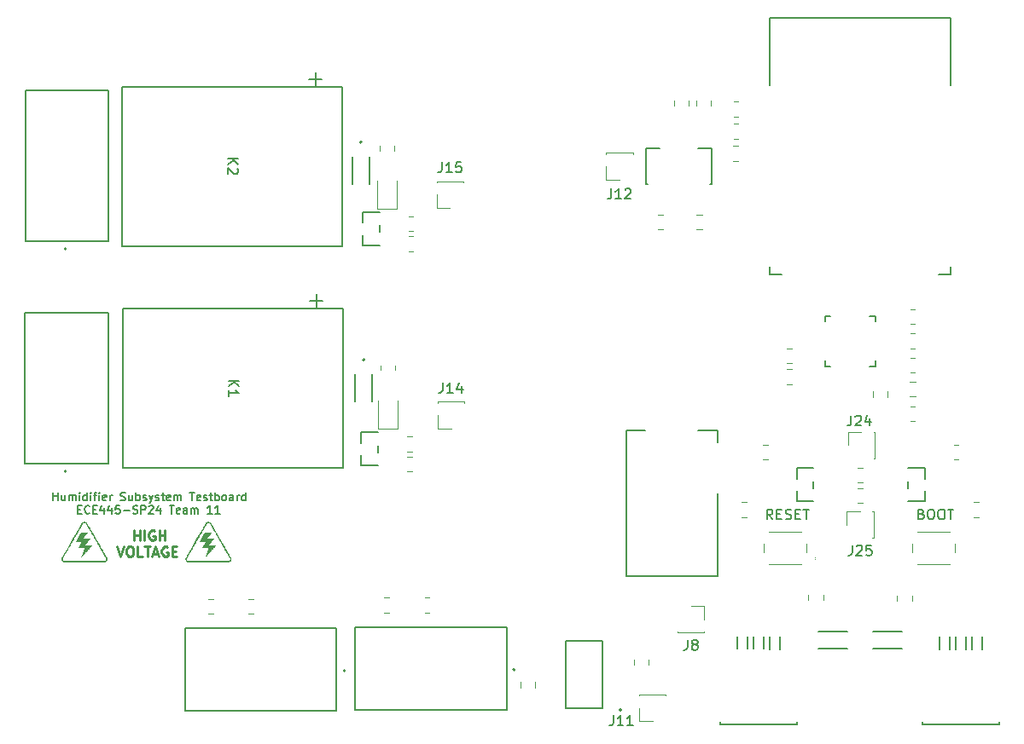
<source format=gbr>
%TF.GenerationSoftware,KiCad,Pcbnew,7.0.9*%
%TF.CreationDate,2024-04-07T16:06:58-05:00*%
%TF.ProjectId,Humidifier Subsystem,48756d69-6469-4666-9965-722053756273,rev?*%
%TF.SameCoordinates,Original*%
%TF.FileFunction,Legend,Top*%
%TF.FilePolarity,Positive*%
%FSLAX46Y46*%
G04 Gerber Fmt 4.6, Leading zero omitted, Abs format (unit mm)*
G04 Created by KiCad (PCBNEW 7.0.9) date 2024-04-07 16:06:58*
%MOMM*%
%LPD*%
G01*
G04 APERTURE LIST*
%ADD10C,0.250000*%
%ADD11C,0.200000*%
%ADD12C,0.150000*%
%ADD13C,0.127000*%
%ADD14C,0.120000*%
%ADD15C,0.152400*%
%ADD16C,0.100000*%
G04 APERTURE END LIST*
D10*
X54926378Y-106554619D02*
X54926378Y-105554619D01*
X54926378Y-106030809D02*
X55497806Y-106030809D01*
X55497806Y-106554619D02*
X55497806Y-105554619D01*
X55973997Y-106554619D02*
X55973997Y-105554619D01*
X56973996Y-105602238D02*
X56878758Y-105554619D01*
X56878758Y-105554619D02*
X56735901Y-105554619D01*
X56735901Y-105554619D02*
X56593044Y-105602238D01*
X56593044Y-105602238D02*
X56497806Y-105697476D01*
X56497806Y-105697476D02*
X56450187Y-105792714D01*
X56450187Y-105792714D02*
X56402568Y-105983190D01*
X56402568Y-105983190D02*
X56402568Y-106126047D01*
X56402568Y-106126047D02*
X56450187Y-106316523D01*
X56450187Y-106316523D02*
X56497806Y-106411761D01*
X56497806Y-106411761D02*
X56593044Y-106507000D01*
X56593044Y-106507000D02*
X56735901Y-106554619D01*
X56735901Y-106554619D02*
X56831139Y-106554619D01*
X56831139Y-106554619D02*
X56973996Y-106507000D01*
X56973996Y-106507000D02*
X57021615Y-106459380D01*
X57021615Y-106459380D02*
X57021615Y-106126047D01*
X57021615Y-106126047D02*
X56831139Y-106126047D01*
X57450187Y-106554619D02*
X57450187Y-105554619D01*
X57450187Y-106030809D02*
X58021615Y-106030809D01*
X58021615Y-106554619D02*
X58021615Y-105554619D01*
X53259711Y-107164619D02*
X53593044Y-108164619D01*
X53593044Y-108164619D02*
X53926377Y-107164619D01*
X54450187Y-107164619D02*
X54640663Y-107164619D01*
X54640663Y-107164619D02*
X54735901Y-107212238D01*
X54735901Y-107212238D02*
X54831139Y-107307476D01*
X54831139Y-107307476D02*
X54878758Y-107497952D01*
X54878758Y-107497952D02*
X54878758Y-107831285D01*
X54878758Y-107831285D02*
X54831139Y-108021761D01*
X54831139Y-108021761D02*
X54735901Y-108117000D01*
X54735901Y-108117000D02*
X54640663Y-108164619D01*
X54640663Y-108164619D02*
X54450187Y-108164619D01*
X54450187Y-108164619D02*
X54354949Y-108117000D01*
X54354949Y-108117000D02*
X54259711Y-108021761D01*
X54259711Y-108021761D02*
X54212092Y-107831285D01*
X54212092Y-107831285D02*
X54212092Y-107497952D01*
X54212092Y-107497952D02*
X54259711Y-107307476D01*
X54259711Y-107307476D02*
X54354949Y-107212238D01*
X54354949Y-107212238D02*
X54450187Y-107164619D01*
X55783520Y-108164619D02*
X55307330Y-108164619D01*
X55307330Y-108164619D02*
X55307330Y-107164619D01*
X55973997Y-107164619D02*
X56545425Y-107164619D01*
X56259711Y-108164619D02*
X56259711Y-107164619D01*
X56831140Y-107878904D02*
X57307330Y-107878904D01*
X56735902Y-108164619D02*
X57069235Y-107164619D01*
X57069235Y-107164619D02*
X57402568Y-108164619D01*
X58259711Y-107212238D02*
X58164473Y-107164619D01*
X58164473Y-107164619D02*
X58021616Y-107164619D01*
X58021616Y-107164619D02*
X57878759Y-107212238D01*
X57878759Y-107212238D02*
X57783521Y-107307476D01*
X57783521Y-107307476D02*
X57735902Y-107402714D01*
X57735902Y-107402714D02*
X57688283Y-107593190D01*
X57688283Y-107593190D02*
X57688283Y-107736047D01*
X57688283Y-107736047D02*
X57735902Y-107926523D01*
X57735902Y-107926523D02*
X57783521Y-108021761D01*
X57783521Y-108021761D02*
X57878759Y-108117000D01*
X57878759Y-108117000D02*
X58021616Y-108164619D01*
X58021616Y-108164619D02*
X58116854Y-108164619D01*
X58116854Y-108164619D02*
X58259711Y-108117000D01*
X58259711Y-108117000D02*
X58307330Y-108069380D01*
X58307330Y-108069380D02*
X58307330Y-107736047D01*
X58307330Y-107736047D02*
X58116854Y-107736047D01*
X58735902Y-107640809D02*
X59069235Y-107640809D01*
X59212092Y-108164619D02*
X58735902Y-108164619D01*
X58735902Y-108164619D02*
X58735902Y-107164619D01*
X58735902Y-107164619D02*
X59212092Y-107164619D01*
D11*
X46922054Y-102603695D02*
X46922054Y-101803695D01*
X46922054Y-102184647D02*
X47379197Y-102184647D01*
X47379197Y-102603695D02*
X47379197Y-101803695D01*
X48103006Y-102070361D02*
X48103006Y-102603695D01*
X47760149Y-102070361D02*
X47760149Y-102489409D01*
X47760149Y-102489409D02*
X47798244Y-102565600D01*
X47798244Y-102565600D02*
X47874434Y-102603695D01*
X47874434Y-102603695D02*
X47988720Y-102603695D01*
X47988720Y-102603695D02*
X48064911Y-102565600D01*
X48064911Y-102565600D02*
X48103006Y-102527504D01*
X48483959Y-102603695D02*
X48483959Y-102070361D01*
X48483959Y-102146552D02*
X48522054Y-102108457D01*
X48522054Y-102108457D02*
X48598244Y-102070361D01*
X48598244Y-102070361D02*
X48712530Y-102070361D01*
X48712530Y-102070361D02*
X48788721Y-102108457D01*
X48788721Y-102108457D02*
X48826816Y-102184647D01*
X48826816Y-102184647D02*
X48826816Y-102603695D01*
X48826816Y-102184647D02*
X48864911Y-102108457D01*
X48864911Y-102108457D02*
X48941102Y-102070361D01*
X48941102Y-102070361D02*
X49055387Y-102070361D01*
X49055387Y-102070361D02*
X49131578Y-102108457D01*
X49131578Y-102108457D02*
X49169673Y-102184647D01*
X49169673Y-102184647D02*
X49169673Y-102603695D01*
X49550626Y-102603695D02*
X49550626Y-102070361D01*
X49550626Y-101803695D02*
X49512530Y-101841790D01*
X49512530Y-101841790D02*
X49550626Y-101879885D01*
X49550626Y-101879885D02*
X49588721Y-101841790D01*
X49588721Y-101841790D02*
X49550626Y-101803695D01*
X49550626Y-101803695D02*
X49550626Y-101879885D01*
X50274435Y-102603695D02*
X50274435Y-101803695D01*
X50274435Y-102565600D02*
X50198244Y-102603695D01*
X50198244Y-102603695D02*
X50045863Y-102603695D01*
X50045863Y-102603695D02*
X49969673Y-102565600D01*
X49969673Y-102565600D02*
X49931578Y-102527504D01*
X49931578Y-102527504D02*
X49893482Y-102451314D01*
X49893482Y-102451314D02*
X49893482Y-102222742D01*
X49893482Y-102222742D02*
X49931578Y-102146552D01*
X49931578Y-102146552D02*
X49969673Y-102108457D01*
X49969673Y-102108457D02*
X50045863Y-102070361D01*
X50045863Y-102070361D02*
X50198244Y-102070361D01*
X50198244Y-102070361D02*
X50274435Y-102108457D01*
X50655388Y-102603695D02*
X50655388Y-102070361D01*
X50655388Y-101803695D02*
X50617292Y-101841790D01*
X50617292Y-101841790D02*
X50655388Y-101879885D01*
X50655388Y-101879885D02*
X50693483Y-101841790D01*
X50693483Y-101841790D02*
X50655388Y-101803695D01*
X50655388Y-101803695D02*
X50655388Y-101879885D01*
X50922054Y-102070361D02*
X51226816Y-102070361D01*
X51036340Y-102603695D02*
X51036340Y-101917980D01*
X51036340Y-101917980D02*
X51074435Y-101841790D01*
X51074435Y-101841790D02*
X51150625Y-101803695D01*
X51150625Y-101803695D02*
X51226816Y-101803695D01*
X51493483Y-102603695D02*
X51493483Y-102070361D01*
X51493483Y-101803695D02*
X51455387Y-101841790D01*
X51455387Y-101841790D02*
X51493483Y-101879885D01*
X51493483Y-101879885D02*
X51531578Y-101841790D01*
X51531578Y-101841790D02*
X51493483Y-101803695D01*
X51493483Y-101803695D02*
X51493483Y-101879885D01*
X52179197Y-102565600D02*
X52103006Y-102603695D01*
X52103006Y-102603695D02*
X51950625Y-102603695D01*
X51950625Y-102603695D02*
X51874435Y-102565600D01*
X51874435Y-102565600D02*
X51836339Y-102489409D01*
X51836339Y-102489409D02*
X51836339Y-102184647D01*
X51836339Y-102184647D02*
X51874435Y-102108457D01*
X51874435Y-102108457D02*
X51950625Y-102070361D01*
X51950625Y-102070361D02*
X52103006Y-102070361D01*
X52103006Y-102070361D02*
X52179197Y-102108457D01*
X52179197Y-102108457D02*
X52217292Y-102184647D01*
X52217292Y-102184647D02*
X52217292Y-102260838D01*
X52217292Y-102260838D02*
X51836339Y-102337028D01*
X52560149Y-102603695D02*
X52560149Y-102070361D01*
X52560149Y-102222742D02*
X52598244Y-102146552D01*
X52598244Y-102146552D02*
X52636339Y-102108457D01*
X52636339Y-102108457D02*
X52712530Y-102070361D01*
X52712530Y-102070361D02*
X52788720Y-102070361D01*
X53626815Y-102565600D02*
X53741101Y-102603695D01*
X53741101Y-102603695D02*
X53931577Y-102603695D01*
X53931577Y-102603695D02*
X54007768Y-102565600D01*
X54007768Y-102565600D02*
X54045863Y-102527504D01*
X54045863Y-102527504D02*
X54083958Y-102451314D01*
X54083958Y-102451314D02*
X54083958Y-102375123D01*
X54083958Y-102375123D02*
X54045863Y-102298933D01*
X54045863Y-102298933D02*
X54007768Y-102260838D01*
X54007768Y-102260838D02*
X53931577Y-102222742D01*
X53931577Y-102222742D02*
X53779196Y-102184647D01*
X53779196Y-102184647D02*
X53703006Y-102146552D01*
X53703006Y-102146552D02*
X53664911Y-102108457D01*
X53664911Y-102108457D02*
X53626815Y-102032266D01*
X53626815Y-102032266D02*
X53626815Y-101956076D01*
X53626815Y-101956076D02*
X53664911Y-101879885D01*
X53664911Y-101879885D02*
X53703006Y-101841790D01*
X53703006Y-101841790D02*
X53779196Y-101803695D01*
X53779196Y-101803695D02*
X53969673Y-101803695D01*
X53969673Y-101803695D02*
X54083958Y-101841790D01*
X54769673Y-102070361D02*
X54769673Y-102603695D01*
X54426816Y-102070361D02*
X54426816Y-102489409D01*
X54426816Y-102489409D02*
X54464911Y-102565600D01*
X54464911Y-102565600D02*
X54541101Y-102603695D01*
X54541101Y-102603695D02*
X54655387Y-102603695D01*
X54655387Y-102603695D02*
X54731578Y-102565600D01*
X54731578Y-102565600D02*
X54769673Y-102527504D01*
X55150626Y-102603695D02*
X55150626Y-101803695D01*
X55150626Y-102108457D02*
X55226816Y-102070361D01*
X55226816Y-102070361D02*
X55379197Y-102070361D01*
X55379197Y-102070361D02*
X55455388Y-102108457D01*
X55455388Y-102108457D02*
X55493483Y-102146552D01*
X55493483Y-102146552D02*
X55531578Y-102222742D01*
X55531578Y-102222742D02*
X55531578Y-102451314D01*
X55531578Y-102451314D02*
X55493483Y-102527504D01*
X55493483Y-102527504D02*
X55455388Y-102565600D01*
X55455388Y-102565600D02*
X55379197Y-102603695D01*
X55379197Y-102603695D02*
X55226816Y-102603695D01*
X55226816Y-102603695D02*
X55150626Y-102565600D01*
X55836340Y-102565600D02*
X55912531Y-102603695D01*
X55912531Y-102603695D02*
X56064912Y-102603695D01*
X56064912Y-102603695D02*
X56141102Y-102565600D01*
X56141102Y-102565600D02*
X56179198Y-102489409D01*
X56179198Y-102489409D02*
X56179198Y-102451314D01*
X56179198Y-102451314D02*
X56141102Y-102375123D01*
X56141102Y-102375123D02*
X56064912Y-102337028D01*
X56064912Y-102337028D02*
X55950626Y-102337028D01*
X55950626Y-102337028D02*
X55874436Y-102298933D01*
X55874436Y-102298933D02*
X55836340Y-102222742D01*
X55836340Y-102222742D02*
X55836340Y-102184647D01*
X55836340Y-102184647D02*
X55874436Y-102108457D01*
X55874436Y-102108457D02*
X55950626Y-102070361D01*
X55950626Y-102070361D02*
X56064912Y-102070361D01*
X56064912Y-102070361D02*
X56141102Y-102108457D01*
X56445864Y-102070361D02*
X56636340Y-102603695D01*
X56826817Y-102070361D02*
X56636340Y-102603695D01*
X56636340Y-102603695D02*
X56560150Y-102794171D01*
X56560150Y-102794171D02*
X56522055Y-102832266D01*
X56522055Y-102832266D02*
X56445864Y-102870361D01*
X57093483Y-102565600D02*
X57169674Y-102603695D01*
X57169674Y-102603695D02*
X57322055Y-102603695D01*
X57322055Y-102603695D02*
X57398245Y-102565600D01*
X57398245Y-102565600D02*
X57436341Y-102489409D01*
X57436341Y-102489409D02*
X57436341Y-102451314D01*
X57436341Y-102451314D02*
X57398245Y-102375123D01*
X57398245Y-102375123D02*
X57322055Y-102337028D01*
X57322055Y-102337028D02*
X57207769Y-102337028D01*
X57207769Y-102337028D02*
X57131579Y-102298933D01*
X57131579Y-102298933D02*
X57093483Y-102222742D01*
X57093483Y-102222742D02*
X57093483Y-102184647D01*
X57093483Y-102184647D02*
X57131579Y-102108457D01*
X57131579Y-102108457D02*
X57207769Y-102070361D01*
X57207769Y-102070361D02*
X57322055Y-102070361D01*
X57322055Y-102070361D02*
X57398245Y-102108457D01*
X57664912Y-102070361D02*
X57969674Y-102070361D01*
X57779198Y-101803695D02*
X57779198Y-102489409D01*
X57779198Y-102489409D02*
X57817293Y-102565600D01*
X57817293Y-102565600D02*
X57893483Y-102603695D01*
X57893483Y-102603695D02*
X57969674Y-102603695D01*
X58541103Y-102565600D02*
X58464912Y-102603695D01*
X58464912Y-102603695D02*
X58312531Y-102603695D01*
X58312531Y-102603695D02*
X58236341Y-102565600D01*
X58236341Y-102565600D02*
X58198245Y-102489409D01*
X58198245Y-102489409D02*
X58198245Y-102184647D01*
X58198245Y-102184647D02*
X58236341Y-102108457D01*
X58236341Y-102108457D02*
X58312531Y-102070361D01*
X58312531Y-102070361D02*
X58464912Y-102070361D01*
X58464912Y-102070361D02*
X58541103Y-102108457D01*
X58541103Y-102108457D02*
X58579198Y-102184647D01*
X58579198Y-102184647D02*
X58579198Y-102260838D01*
X58579198Y-102260838D02*
X58198245Y-102337028D01*
X58922055Y-102603695D02*
X58922055Y-102070361D01*
X58922055Y-102146552D02*
X58960150Y-102108457D01*
X58960150Y-102108457D02*
X59036340Y-102070361D01*
X59036340Y-102070361D02*
X59150626Y-102070361D01*
X59150626Y-102070361D02*
X59226817Y-102108457D01*
X59226817Y-102108457D02*
X59264912Y-102184647D01*
X59264912Y-102184647D02*
X59264912Y-102603695D01*
X59264912Y-102184647D02*
X59303007Y-102108457D01*
X59303007Y-102108457D02*
X59379198Y-102070361D01*
X59379198Y-102070361D02*
X59493483Y-102070361D01*
X59493483Y-102070361D02*
X59569674Y-102108457D01*
X59569674Y-102108457D02*
X59607769Y-102184647D01*
X59607769Y-102184647D02*
X59607769Y-102603695D01*
X60483960Y-101803695D02*
X60941103Y-101803695D01*
X60712531Y-102603695D02*
X60712531Y-101803695D01*
X61512532Y-102565600D02*
X61436341Y-102603695D01*
X61436341Y-102603695D02*
X61283960Y-102603695D01*
X61283960Y-102603695D02*
X61207770Y-102565600D01*
X61207770Y-102565600D02*
X61169674Y-102489409D01*
X61169674Y-102489409D02*
X61169674Y-102184647D01*
X61169674Y-102184647D02*
X61207770Y-102108457D01*
X61207770Y-102108457D02*
X61283960Y-102070361D01*
X61283960Y-102070361D02*
X61436341Y-102070361D01*
X61436341Y-102070361D02*
X61512532Y-102108457D01*
X61512532Y-102108457D02*
X61550627Y-102184647D01*
X61550627Y-102184647D02*
X61550627Y-102260838D01*
X61550627Y-102260838D02*
X61169674Y-102337028D01*
X61855388Y-102565600D02*
X61931579Y-102603695D01*
X61931579Y-102603695D02*
X62083960Y-102603695D01*
X62083960Y-102603695D02*
X62160150Y-102565600D01*
X62160150Y-102565600D02*
X62198246Y-102489409D01*
X62198246Y-102489409D02*
X62198246Y-102451314D01*
X62198246Y-102451314D02*
X62160150Y-102375123D01*
X62160150Y-102375123D02*
X62083960Y-102337028D01*
X62083960Y-102337028D02*
X61969674Y-102337028D01*
X61969674Y-102337028D02*
X61893484Y-102298933D01*
X61893484Y-102298933D02*
X61855388Y-102222742D01*
X61855388Y-102222742D02*
X61855388Y-102184647D01*
X61855388Y-102184647D02*
X61893484Y-102108457D01*
X61893484Y-102108457D02*
X61969674Y-102070361D01*
X61969674Y-102070361D02*
X62083960Y-102070361D01*
X62083960Y-102070361D02*
X62160150Y-102108457D01*
X62426817Y-102070361D02*
X62731579Y-102070361D01*
X62541103Y-101803695D02*
X62541103Y-102489409D01*
X62541103Y-102489409D02*
X62579198Y-102565600D01*
X62579198Y-102565600D02*
X62655388Y-102603695D01*
X62655388Y-102603695D02*
X62731579Y-102603695D01*
X62998246Y-102603695D02*
X62998246Y-101803695D01*
X62998246Y-102108457D02*
X63074436Y-102070361D01*
X63074436Y-102070361D02*
X63226817Y-102070361D01*
X63226817Y-102070361D02*
X63303008Y-102108457D01*
X63303008Y-102108457D02*
X63341103Y-102146552D01*
X63341103Y-102146552D02*
X63379198Y-102222742D01*
X63379198Y-102222742D02*
X63379198Y-102451314D01*
X63379198Y-102451314D02*
X63341103Y-102527504D01*
X63341103Y-102527504D02*
X63303008Y-102565600D01*
X63303008Y-102565600D02*
X63226817Y-102603695D01*
X63226817Y-102603695D02*
X63074436Y-102603695D01*
X63074436Y-102603695D02*
X62998246Y-102565600D01*
X63836341Y-102603695D02*
X63760151Y-102565600D01*
X63760151Y-102565600D02*
X63722056Y-102527504D01*
X63722056Y-102527504D02*
X63683960Y-102451314D01*
X63683960Y-102451314D02*
X63683960Y-102222742D01*
X63683960Y-102222742D02*
X63722056Y-102146552D01*
X63722056Y-102146552D02*
X63760151Y-102108457D01*
X63760151Y-102108457D02*
X63836341Y-102070361D01*
X63836341Y-102070361D02*
X63950627Y-102070361D01*
X63950627Y-102070361D02*
X64026818Y-102108457D01*
X64026818Y-102108457D02*
X64064913Y-102146552D01*
X64064913Y-102146552D02*
X64103008Y-102222742D01*
X64103008Y-102222742D02*
X64103008Y-102451314D01*
X64103008Y-102451314D02*
X64064913Y-102527504D01*
X64064913Y-102527504D02*
X64026818Y-102565600D01*
X64026818Y-102565600D02*
X63950627Y-102603695D01*
X63950627Y-102603695D02*
X63836341Y-102603695D01*
X64788723Y-102603695D02*
X64788723Y-102184647D01*
X64788723Y-102184647D02*
X64750628Y-102108457D01*
X64750628Y-102108457D02*
X64674437Y-102070361D01*
X64674437Y-102070361D02*
X64522056Y-102070361D01*
X64522056Y-102070361D02*
X64445866Y-102108457D01*
X64788723Y-102565600D02*
X64712532Y-102603695D01*
X64712532Y-102603695D02*
X64522056Y-102603695D01*
X64522056Y-102603695D02*
X64445866Y-102565600D01*
X64445866Y-102565600D02*
X64407770Y-102489409D01*
X64407770Y-102489409D02*
X64407770Y-102413219D01*
X64407770Y-102413219D02*
X64445866Y-102337028D01*
X64445866Y-102337028D02*
X64522056Y-102298933D01*
X64522056Y-102298933D02*
X64712532Y-102298933D01*
X64712532Y-102298933D02*
X64788723Y-102260838D01*
X65169676Y-102603695D02*
X65169676Y-102070361D01*
X65169676Y-102222742D02*
X65207771Y-102146552D01*
X65207771Y-102146552D02*
X65245866Y-102108457D01*
X65245866Y-102108457D02*
X65322057Y-102070361D01*
X65322057Y-102070361D02*
X65398247Y-102070361D01*
X66007771Y-102603695D02*
X66007771Y-101803695D01*
X66007771Y-102565600D02*
X65931580Y-102603695D01*
X65931580Y-102603695D02*
X65779199Y-102603695D01*
X65779199Y-102603695D02*
X65703009Y-102565600D01*
X65703009Y-102565600D02*
X65664914Y-102527504D01*
X65664914Y-102527504D02*
X65626818Y-102451314D01*
X65626818Y-102451314D02*
X65626818Y-102222742D01*
X65626818Y-102222742D02*
X65664914Y-102146552D01*
X65664914Y-102146552D02*
X65703009Y-102108457D01*
X65703009Y-102108457D02*
X65779199Y-102070361D01*
X65779199Y-102070361D02*
X65931580Y-102070361D01*
X65931580Y-102070361D02*
X66007771Y-102108457D01*
X49360150Y-103472647D02*
X49626816Y-103472647D01*
X49741102Y-103891695D02*
X49360150Y-103891695D01*
X49360150Y-103891695D02*
X49360150Y-103091695D01*
X49360150Y-103091695D02*
X49741102Y-103091695D01*
X50541103Y-103815504D02*
X50503007Y-103853600D01*
X50503007Y-103853600D02*
X50388722Y-103891695D01*
X50388722Y-103891695D02*
X50312531Y-103891695D01*
X50312531Y-103891695D02*
X50198245Y-103853600D01*
X50198245Y-103853600D02*
X50122055Y-103777409D01*
X50122055Y-103777409D02*
X50083960Y-103701219D01*
X50083960Y-103701219D02*
X50045864Y-103548838D01*
X50045864Y-103548838D02*
X50045864Y-103434552D01*
X50045864Y-103434552D02*
X50083960Y-103282171D01*
X50083960Y-103282171D02*
X50122055Y-103205980D01*
X50122055Y-103205980D02*
X50198245Y-103129790D01*
X50198245Y-103129790D02*
X50312531Y-103091695D01*
X50312531Y-103091695D02*
X50388722Y-103091695D01*
X50388722Y-103091695D02*
X50503007Y-103129790D01*
X50503007Y-103129790D02*
X50541103Y-103167885D01*
X50883960Y-103472647D02*
X51150626Y-103472647D01*
X51264912Y-103891695D02*
X50883960Y-103891695D01*
X50883960Y-103891695D02*
X50883960Y-103091695D01*
X50883960Y-103091695D02*
X51264912Y-103091695D01*
X51950627Y-103358361D02*
X51950627Y-103891695D01*
X51760151Y-103053600D02*
X51569674Y-103625028D01*
X51569674Y-103625028D02*
X52064913Y-103625028D01*
X52712532Y-103358361D02*
X52712532Y-103891695D01*
X52522056Y-103053600D02*
X52331579Y-103625028D01*
X52331579Y-103625028D02*
X52826818Y-103625028D01*
X53512532Y-103091695D02*
X53131580Y-103091695D01*
X53131580Y-103091695D02*
X53093484Y-103472647D01*
X53093484Y-103472647D02*
X53131580Y-103434552D01*
X53131580Y-103434552D02*
X53207770Y-103396457D01*
X53207770Y-103396457D02*
X53398246Y-103396457D01*
X53398246Y-103396457D02*
X53474437Y-103434552D01*
X53474437Y-103434552D02*
X53512532Y-103472647D01*
X53512532Y-103472647D02*
X53550627Y-103548838D01*
X53550627Y-103548838D02*
X53550627Y-103739314D01*
X53550627Y-103739314D02*
X53512532Y-103815504D01*
X53512532Y-103815504D02*
X53474437Y-103853600D01*
X53474437Y-103853600D02*
X53398246Y-103891695D01*
X53398246Y-103891695D02*
X53207770Y-103891695D01*
X53207770Y-103891695D02*
X53131580Y-103853600D01*
X53131580Y-103853600D02*
X53093484Y-103815504D01*
X53893485Y-103586933D02*
X54503009Y-103586933D01*
X54845865Y-103853600D02*
X54960151Y-103891695D01*
X54960151Y-103891695D02*
X55150627Y-103891695D01*
X55150627Y-103891695D02*
X55226818Y-103853600D01*
X55226818Y-103853600D02*
X55264913Y-103815504D01*
X55264913Y-103815504D02*
X55303008Y-103739314D01*
X55303008Y-103739314D02*
X55303008Y-103663123D01*
X55303008Y-103663123D02*
X55264913Y-103586933D01*
X55264913Y-103586933D02*
X55226818Y-103548838D01*
X55226818Y-103548838D02*
X55150627Y-103510742D01*
X55150627Y-103510742D02*
X54998246Y-103472647D01*
X54998246Y-103472647D02*
X54922056Y-103434552D01*
X54922056Y-103434552D02*
X54883961Y-103396457D01*
X54883961Y-103396457D02*
X54845865Y-103320266D01*
X54845865Y-103320266D02*
X54845865Y-103244076D01*
X54845865Y-103244076D02*
X54883961Y-103167885D01*
X54883961Y-103167885D02*
X54922056Y-103129790D01*
X54922056Y-103129790D02*
X54998246Y-103091695D01*
X54998246Y-103091695D02*
X55188723Y-103091695D01*
X55188723Y-103091695D02*
X55303008Y-103129790D01*
X55645866Y-103891695D02*
X55645866Y-103091695D01*
X55645866Y-103091695D02*
X55950628Y-103091695D01*
X55950628Y-103091695D02*
X56026818Y-103129790D01*
X56026818Y-103129790D02*
X56064913Y-103167885D01*
X56064913Y-103167885D02*
X56103009Y-103244076D01*
X56103009Y-103244076D02*
X56103009Y-103358361D01*
X56103009Y-103358361D02*
X56064913Y-103434552D01*
X56064913Y-103434552D02*
X56026818Y-103472647D01*
X56026818Y-103472647D02*
X55950628Y-103510742D01*
X55950628Y-103510742D02*
X55645866Y-103510742D01*
X56407770Y-103167885D02*
X56445866Y-103129790D01*
X56445866Y-103129790D02*
X56522056Y-103091695D01*
X56522056Y-103091695D02*
X56712532Y-103091695D01*
X56712532Y-103091695D02*
X56788723Y-103129790D01*
X56788723Y-103129790D02*
X56826818Y-103167885D01*
X56826818Y-103167885D02*
X56864913Y-103244076D01*
X56864913Y-103244076D02*
X56864913Y-103320266D01*
X56864913Y-103320266D02*
X56826818Y-103434552D01*
X56826818Y-103434552D02*
X56369675Y-103891695D01*
X56369675Y-103891695D02*
X56864913Y-103891695D01*
X57550628Y-103358361D02*
X57550628Y-103891695D01*
X57360152Y-103053600D02*
X57169675Y-103625028D01*
X57169675Y-103625028D02*
X57664914Y-103625028D01*
X58464914Y-103091695D02*
X58922057Y-103091695D01*
X58693485Y-103891695D02*
X58693485Y-103091695D01*
X59493486Y-103853600D02*
X59417295Y-103891695D01*
X59417295Y-103891695D02*
X59264914Y-103891695D01*
X59264914Y-103891695D02*
X59188724Y-103853600D01*
X59188724Y-103853600D02*
X59150628Y-103777409D01*
X59150628Y-103777409D02*
X59150628Y-103472647D01*
X59150628Y-103472647D02*
X59188724Y-103396457D01*
X59188724Y-103396457D02*
X59264914Y-103358361D01*
X59264914Y-103358361D02*
X59417295Y-103358361D01*
X59417295Y-103358361D02*
X59493486Y-103396457D01*
X59493486Y-103396457D02*
X59531581Y-103472647D01*
X59531581Y-103472647D02*
X59531581Y-103548838D01*
X59531581Y-103548838D02*
X59150628Y-103625028D01*
X60217295Y-103891695D02*
X60217295Y-103472647D01*
X60217295Y-103472647D02*
X60179200Y-103396457D01*
X60179200Y-103396457D02*
X60103009Y-103358361D01*
X60103009Y-103358361D02*
X59950628Y-103358361D01*
X59950628Y-103358361D02*
X59874438Y-103396457D01*
X60217295Y-103853600D02*
X60141104Y-103891695D01*
X60141104Y-103891695D02*
X59950628Y-103891695D01*
X59950628Y-103891695D02*
X59874438Y-103853600D01*
X59874438Y-103853600D02*
X59836342Y-103777409D01*
X59836342Y-103777409D02*
X59836342Y-103701219D01*
X59836342Y-103701219D02*
X59874438Y-103625028D01*
X59874438Y-103625028D02*
X59950628Y-103586933D01*
X59950628Y-103586933D02*
X60141104Y-103586933D01*
X60141104Y-103586933D02*
X60217295Y-103548838D01*
X60598248Y-103891695D02*
X60598248Y-103358361D01*
X60598248Y-103434552D02*
X60636343Y-103396457D01*
X60636343Y-103396457D02*
X60712533Y-103358361D01*
X60712533Y-103358361D02*
X60826819Y-103358361D01*
X60826819Y-103358361D02*
X60903010Y-103396457D01*
X60903010Y-103396457D02*
X60941105Y-103472647D01*
X60941105Y-103472647D02*
X60941105Y-103891695D01*
X60941105Y-103472647D02*
X60979200Y-103396457D01*
X60979200Y-103396457D02*
X61055391Y-103358361D01*
X61055391Y-103358361D02*
X61169676Y-103358361D01*
X61169676Y-103358361D02*
X61245867Y-103396457D01*
X61245867Y-103396457D02*
X61283962Y-103472647D01*
X61283962Y-103472647D02*
X61283962Y-103891695D01*
X62693486Y-103891695D02*
X62236343Y-103891695D01*
X62464915Y-103891695D02*
X62464915Y-103091695D01*
X62464915Y-103091695D02*
X62388724Y-103205980D01*
X62388724Y-103205980D02*
X62312534Y-103282171D01*
X62312534Y-103282171D02*
X62236343Y-103320266D01*
X63455391Y-103891695D02*
X62998248Y-103891695D01*
X63226820Y-103891695D02*
X63226820Y-103091695D01*
X63226820Y-103091695D02*
X63150629Y-103205980D01*
X63150629Y-103205980D02*
X63074439Y-103282171D01*
X63074439Y-103282171D02*
X62998248Y-103320266D01*
D12*
X133070112Y-103946009D02*
X133212969Y-103993628D01*
X133212969Y-103993628D02*
X133260588Y-104041247D01*
X133260588Y-104041247D02*
X133308207Y-104136485D01*
X133308207Y-104136485D02*
X133308207Y-104279342D01*
X133308207Y-104279342D02*
X133260588Y-104374580D01*
X133260588Y-104374580D02*
X133212969Y-104422200D01*
X133212969Y-104422200D02*
X133117731Y-104469819D01*
X133117731Y-104469819D02*
X132736779Y-104469819D01*
X132736779Y-104469819D02*
X132736779Y-103469819D01*
X132736779Y-103469819D02*
X133070112Y-103469819D01*
X133070112Y-103469819D02*
X133165350Y-103517438D01*
X133165350Y-103517438D02*
X133212969Y-103565057D01*
X133212969Y-103565057D02*
X133260588Y-103660295D01*
X133260588Y-103660295D02*
X133260588Y-103755533D01*
X133260588Y-103755533D02*
X133212969Y-103850771D01*
X133212969Y-103850771D02*
X133165350Y-103898390D01*
X133165350Y-103898390D02*
X133070112Y-103946009D01*
X133070112Y-103946009D02*
X132736779Y-103946009D01*
X133927255Y-103469819D02*
X134117731Y-103469819D01*
X134117731Y-103469819D02*
X134212969Y-103517438D01*
X134212969Y-103517438D02*
X134308207Y-103612676D01*
X134308207Y-103612676D02*
X134355826Y-103803152D01*
X134355826Y-103803152D02*
X134355826Y-104136485D01*
X134355826Y-104136485D02*
X134308207Y-104326961D01*
X134308207Y-104326961D02*
X134212969Y-104422200D01*
X134212969Y-104422200D02*
X134117731Y-104469819D01*
X134117731Y-104469819D02*
X133927255Y-104469819D01*
X133927255Y-104469819D02*
X133832017Y-104422200D01*
X133832017Y-104422200D02*
X133736779Y-104326961D01*
X133736779Y-104326961D02*
X133689160Y-104136485D01*
X133689160Y-104136485D02*
X133689160Y-103803152D01*
X133689160Y-103803152D02*
X133736779Y-103612676D01*
X133736779Y-103612676D02*
X133832017Y-103517438D01*
X133832017Y-103517438D02*
X133927255Y-103469819D01*
X134974874Y-103469819D02*
X135165350Y-103469819D01*
X135165350Y-103469819D02*
X135260588Y-103517438D01*
X135260588Y-103517438D02*
X135355826Y-103612676D01*
X135355826Y-103612676D02*
X135403445Y-103803152D01*
X135403445Y-103803152D02*
X135403445Y-104136485D01*
X135403445Y-104136485D02*
X135355826Y-104326961D01*
X135355826Y-104326961D02*
X135260588Y-104422200D01*
X135260588Y-104422200D02*
X135165350Y-104469819D01*
X135165350Y-104469819D02*
X134974874Y-104469819D01*
X134974874Y-104469819D02*
X134879636Y-104422200D01*
X134879636Y-104422200D02*
X134784398Y-104326961D01*
X134784398Y-104326961D02*
X134736779Y-104136485D01*
X134736779Y-104136485D02*
X134736779Y-103803152D01*
X134736779Y-103803152D02*
X134784398Y-103612676D01*
X134784398Y-103612676D02*
X134879636Y-103517438D01*
X134879636Y-103517438D02*
X134974874Y-103469819D01*
X135689160Y-103469819D02*
X136260588Y-103469819D01*
X135974874Y-104469819D02*
X135974874Y-103469819D01*
X118308207Y-104469819D02*
X117974874Y-103993628D01*
X117736779Y-104469819D02*
X117736779Y-103469819D01*
X117736779Y-103469819D02*
X118117731Y-103469819D01*
X118117731Y-103469819D02*
X118212969Y-103517438D01*
X118212969Y-103517438D02*
X118260588Y-103565057D01*
X118260588Y-103565057D02*
X118308207Y-103660295D01*
X118308207Y-103660295D02*
X118308207Y-103803152D01*
X118308207Y-103803152D02*
X118260588Y-103898390D01*
X118260588Y-103898390D02*
X118212969Y-103946009D01*
X118212969Y-103946009D02*
X118117731Y-103993628D01*
X118117731Y-103993628D02*
X117736779Y-103993628D01*
X118736779Y-103946009D02*
X119070112Y-103946009D01*
X119212969Y-104469819D02*
X118736779Y-104469819D01*
X118736779Y-104469819D02*
X118736779Y-103469819D01*
X118736779Y-103469819D02*
X119212969Y-103469819D01*
X119593922Y-104422200D02*
X119736779Y-104469819D01*
X119736779Y-104469819D02*
X119974874Y-104469819D01*
X119974874Y-104469819D02*
X120070112Y-104422200D01*
X120070112Y-104422200D02*
X120117731Y-104374580D01*
X120117731Y-104374580D02*
X120165350Y-104279342D01*
X120165350Y-104279342D02*
X120165350Y-104184104D01*
X120165350Y-104184104D02*
X120117731Y-104088866D01*
X120117731Y-104088866D02*
X120070112Y-104041247D01*
X120070112Y-104041247D02*
X119974874Y-103993628D01*
X119974874Y-103993628D02*
X119784398Y-103946009D01*
X119784398Y-103946009D02*
X119689160Y-103898390D01*
X119689160Y-103898390D02*
X119641541Y-103850771D01*
X119641541Y-103850771D02*
X119593922Y-103755533D01*
X119593922Y-103755533D02*
X119593922Y-103660295D01*
X119593922Y-103660295D02*
X119641541Y-103565057D01*
X119641541Y-103565057D02*
X119689160Y-103517438D01*
X119689160Y-103517438D02*
X119784398Y-103469819D01*
X119784398Y-103469819D02*
X120022493Y-103469819D01*
X120022493Y-103469819D02*
X120165350Y-103517438D01*
X120593922Y-103946009D02*
X120927255Y-103946009D01*
X121070112Y-104469819D02*
X120593922Y-104469819D01*
X120593922Y-104469819D02*
X120593922Y-103469819D01*
X120593922Y-103469819D02*
X121070112Y-103469819D01*
X121355827Y-103469819D02*
X121927255Y-103469819D01*
X121641541Y-104469819D02*
X121641541Y-103469819D01*
X126190476Y-107054819D02*
X126190476Y-107769104D01*
X126190476Y-107769104D02*
X126142857Y-107911961D01*
X126142857Y-107911961D02*
X126047619Y-108007200D01*
X126047619Y-108007200D02*
X125904762Y-108054819D01*
X125904762Y-108054819D02*
X125809524Y-108054819D01*
X126619048Y-107150057D02*
X126666667Y-107102438D01*
X126666667Y-107102438D02*
X126761905Y-107054819D01*
X126761905Y-107054819D02*
X127000000Y-107054819D01*
X127000000Y-107054819D02*
X127095238Y-107102438D01*
X127095238Y-107102438D02*
X127142857Y-107150057D01*
X127142857Y-107150057D02*
X127190476Y-107245295D01*
X127190476Y-107245295D02*
X127190476Y-107340533D01*
X127190476Y-107340533D02*
X127142857Y-107483390D01*
X127142857Y-107483390D02*
X126571429Y-108054819D01*
X126571429Y-108054819D02*
X127190476Y-108054819D01*
X128095238Y-107054819D02*
X127619048Y-107054819D01*
X127619048Y-107054819D02*
X127571429Y-107531009D01*
X127571429Y-107531009D02*
X127619048Y-107483390D01*
X127619048Y-107483390D02*
X127714286Y-107435771D01*
X127714286Y-107435771D02*
X127952381Y-107435771D01*
X127952381Y-107435771D02*
X128047619Y-107483390D01*
X128047619Y-107483390D02*
X128095238Y-107531009D01*
X128095238Y-107531009D02*
X128142857Y-107626247D01*
X128142857Y-107626247D02*
X128142857Y-107864342D01*
X128142857Y-107864342D02*
X128095238Y-107959580D01*
X128095238Y-107959580D02*
X128047619Y-108007200D01*
X128047619Y-108007200D02*
X127952381Y-108054819D01*
X127952381Y-108054819D02*
X127714286Y-108054819D01*
X127714286Y-108054819D02*
X127619048Y-108007200D01*
X127619048Y-108007200D02*
X127571429Y-107959580D01*
X64327832Y-90696905D02*
X65327832Y-90696905D01*
X64327832Y-91268333D02*
X64899261Y-90839762D01*
X65327832Y-91268333D02*
X64756404Y-90696905D01*
X64327832Y-92220714D02*
X64327832Y-91649286D01*
X64327832Y-91935000D02*
X65327832Y-91935000D01*
X65327832Y-91935000D02*
X65184975Y-91839762D01*
X65184975Y-91839762D02*
X65089737Y-91744524D01*
X65089737Y-91744524D02*
X65042118Y-91649286D01*
X85590476Y-90904819D02*
X85590476Y-91619104D01*
X85590476Y-91619104D02*
X85542857Y-91761961D01*
X85542857Y-91761961D02*
X85447619Y-91857200D01*
X85447619Y-91857200D02*
X85304762Y-91904819D01*
X85304762Y-91904819D02*
X85209524Y-91904819D01*
X86590476Y-91904819D02*
X86019048Y-91904819D01*
X86304762Y-91904819D02*
X86304762Y-90904819D01*
X86304762Y-90904819D02*
X86209524Y-91047676D01*
X86209524Y-91047676D02*
X86114286Y-91142914D01*
X86114286Y-91142914D02*
X86019048Y-91190533D01*
X87447619Y-91238152D02*
X87447619Y-91904819D01*
X87209524Y-90857200D02*
X86971429Y-91571485D01*
X86971429Y-91571485D02*
X87590476Y-91571485D01*
X109866666Y-116454819D02*
X109866666Y-117169104D01*
X109866666Y-117169104D02*
X109819047Y-117311961D01*
X109819047Y-117311961D02*
X109723809Y-117407200D01*
X109723809Y-117407200D02*
X109580952Y-117454819D01*
X109580952Y-117454819D02*
X109485714Y-117454819D01*
X110485714Y-116883390D02*
X110390476Y-116835771D01*
X110390476Y-116835771D02*
X110342857Y-116788152D01*
X110342857Y-116788152D02*
X110295238Y-116692914D01*
X110295238Y-116692914D02*
X110295238Y-116645295D01*
X110295238Y-116645295D02*
X110342857Y-116550057D01*
X110342857Y-116550057D02*
X110390476Y-116502438D01*
X110390476Y-116502438D02*
X110485714Y-116454819D01*
X110485714Y-116454819D02*
X110676190Y-116454819D01*
X110676190Y-116454819D02*
X110771428Y-116502438D01*
X110771428Y-116502438D02*
X110819047Y-116550057D01*
X110819047Y-116550057D02*
X110866666Y-116645295D01*
X110866666Y-116645295D02*
X110866666Y-116692914D01*
X110866666Y-116692914D02*
X110819047Y-116788152D01*
X110819047Y-116788152D02*
X110771428Y-116835771D01*
X110771428Y-116835771D02*
X110676190Y-116883390D01*
X110676190Y-116883390D02*
X110485714Y-116883390D01*
X110485714Y-116883390D02*
X110390476Y-116931009D01*
X110390476Y-116931009D02*
X110342857Y-116978628D01*
X110342857Y-116978628D02*
X110295238Y-117073866D01*
X110295238Y-117073866D02*
X110295238Y-117264342D01*
X110295238Y-117264342D02*
X110342857Y-117359580D01*
X110342857Y-117359580D02*
X110390476Y-117407200D01*
X110390476Y-117407200D02*
X110485714Y-117454819D01*
X110485714Y-117454819D02*
X110676190Y-117454819D01*
X110676190Y-117454819D02*
X110771428Y-117407200D01*
X110771428Y-117407200D02*
X110819047Y-117359580D01*
X110819047Y-117359580D02*
X110866666Y-117264342D01*
X110866666Y-117264342D02*
X110866666Y-117073866D01*
X110866666Y-117073866D02*
X110819047Y-116978628D01*
X110819047Y-116978628D02*
X110771428Y-116931009D01*
X110771428Y-116931009D02*
X110676190Y-116883390D01*
X102490476Y-123954819D02*
X102490476Y-124669104D01*
X102490476Y-124669104D02*
X102442857Y-124811961D01*
X102442857Y-124811961D02*
X102347619Y-124907200D01*
X102347619Y-124907200D02*
X102204762Y-124954819D01*
X102204762Y-124954819D02*
X102109524Y-124954819D01*
X103490476Y-124954819D02*
X102919048Y-124954819D01*
X103204762Y-124954819D02*
X103204762Y-123954819D01*
X103204762Y-123954819D02*
X103109524Y-124097676D01*
X103109524Y-124097676D02*
X103014286Y-124192914D01*
X103014286Y-124192914D02*
X102919048Y-124240533D01*
X104442857Y-124954819D02*
X103871429Y-124954819D01*
X104157143Y-124954819D02*
X104157143Y-123954819D01*
X104157143Y-123954819D02*
X104061905Y-124097676D01*
X104061905Y-124097676D02*
X103966667Y-124192914D01*
X103966667Y-124192914D02*
X103871429Y-124240533D01*
X126090476Y-94154819D02*
X126090476Y-94869104D01*
X126090476Y-94869104D02*
X126042857Y-95011961D01*
X126042857Y-95011961D02*
X125947619Y-95107200D01*
X125947619Y-95107200D02*
X125804762Y-95154819D01*
X125804762Y-95154819D02*
X125709524Y-95154819D01*
X126519048Y-94250057D02*
X126566667Y-94202438D01*
X126566667Y-94202438D02*
X126661905Y-94154819D01*
X126661905Y-94154819D02*
X126900000Y-94154819D01*
X126900000Y-94154819D02*
X126995238Y-94202438D01*
X126995238Y-94202438D02*
X127042857Y-94250057D01*
X127042857Y-94250057D02*
X127090476Y-94345295D01*
X127090476Y-94345295D02*
X127090476Y-94440533D01*
X127090476Y-94440533D02*
X127042857Y-94583390D01*
X127042857Y-94583390D02*
X126471429Y-95154819D01*
X126471429Y-95154819D02*
X127090476Y-95154819D01*
X127947619Y-94488152D02*
X127947619Y-95154819D01*
X127709524Y-94107200D02*
X127471429Y-94821485D01*
X127471429Y-94821485D02*
X128090476Y-94821485D01*
X64245181Y-68661905D02*
X65245181Y-68661905D01*
X64245181Y-69233333D02*
X64816610Y-68804762D01*
X65245181Y-69233333D02*
X64673753Y-68661905D01*
X65149943Y-69614286D02*
X65197562Y-69661905D01*
X65197562Y-69661905D02*
X65245181Y-69757143D01*
X65245181Y-69757143D02*
X65245181Y-69995238D01*
X65245181Y-69995238D02*
X65197562Y-70090476D01*
X65197562Y-70090476D02*
X65149943Y-70138095D01*
X65149943Y-70138095D02*
X65054705Y-70185714D01*
X65054705Y-70185714D02*
X64959467Y-70185714D01*
X64959467Y-70185714D02*
X64816610Y-70138095D01*
X64816610Y-70138095D02*
X64245181Y-69566667D01*
X64245181Y-69566667D02*
X64245181Y-70185714D01*
X85490476Y-69004819D02*
X85490476Y-69719104D01*
X85490476Y-69719104D02*
X85442857Y-69861961D01*
X85442857Y-69861961D02*
X85347619Y-69957200D01*
X85347619Y-69957200D02*
X85204762Y-70004819D01*
X85204762Y-70004819D02*
X85109524Y-70004819D01*
X86490476Y-70004819D02*
X85919048Y-70004819D01*
X86204762Y-70004819D02*
X86204762Y-69004819D01*
X86204762Y-69004819D02*
X86109524Y-69147676D01*
X86109524Y-69147676D02*
X86014286Y-69242914D01*
X86014286Y-69242914D02*
X85919048Y-69290533D01*
X87395238Y-69004819D02*
X86919048Y-69004819D01*
X86919048Y-69004819D02*
X86871429Y-69481009D01*
X86871429Y-69481009D02*
X86919048Y-69433390D01*
X86919048Y-69433390D02*
X87014286Y-69385771D01*
X87014286Y-69385771D02*
X87252381Y-69385771D01*
X87252381Y-69385771D02*
X87347619Y-69433390D01*
X87347619Y-69433390D02*
X87395238Y-69481009D01*
X87395238Y-69481009D02*
X87442857Y-69576247D01*
X87442857Y-69576247D02*
X87442857Y-69814342D01*
X87442857Y-69814342D02*
X87395238Y-69909580D01*
X87395238Y-69909580D02*
X87347619Y-69957200D01*
X87347619Y-69957200D02*
X87252381Y-70004819D01*
X87252381Y-70004819D02*
X87014286Y-70004819D01*
X87014286Y-70004819D02*
X86919048Y-69957200D01*
X86919048Y-69957200D02*
X86871429Y-69909580D01*
X102290476Y-71624819D02*
X102290476Y-72339104D01*
X102290476Y-72339104D02*
X102242857Y-72481961D01*
X102242857Y-72481961D02*
X102147619Y-72577200D01*
X102147619Y-72577200D02*
X102004762Y-72624819D01*
X102004762Y-72624819D02*
X101909524Y-72624819D01*
X103290476Y-72624819D02*
X102719048Y-72624819D01*
X103004762Y-72624819D02*
X103004762Y-71624819D01*
X103004762Y-71624819D02*
X102909524Y-71767676D01*
X102909524Y-71767676D02*
X102814286Y-71862914D01*
X102814286Y-71862914D02*
X102719048Y-71910533D01*
X103671429Y-71720057D02*
X103719048Y-71672438D01*
X103719048Y-71672438D02*
X103814286Y-71624819D01*
X103814286Y-71624819D02*
X104052381Y-71624819D01*
X104052381Y-71624819D02*
X104147619Y-71672438D01*
X104147619Y-71672438D02*
X104195238Y-71720057D01*
X104195238Y-71720057D02*
X104242857Y-71815295D01*
X104242857Y-71815295D02*
X104242857Y-71910533D01*
X104242857Y-71910533D02*
X104195238Y-72053390D01*
X104195238Y-72053390D02*
X103623810Y-72624819D01*
X103623810Y-72624819D02*
X104242857Y-72624819D01*
%TO.C,G\u002A\u002A\u002A*%
G36*
X60211961Y-108828624D02*
G01*
X60208836Y-108831750D01*
X60205710Y-108828624D01*
X60208836Y-108825499D01*
X60211961Y-108828624D01*
G37*
G36*
X60286980Y-108853631D02*
G01*
X60283854Y-108856756D01*
X60280728Y-108853631D01*
X60283854Y-108850505D01*
X60286980Y-108853631D01*
G37*
G36*
X60318238Y-108859882D02*
G01*
X60315112Y-108863008D01*
X60311986Y-108859882D01*
X60315112Y-108856756D01*
X60318238Y-108859882D01*
G37*
G36*
X62756337Y-104871401D02*
G01*
X62753212Y-104874526D01*
X62750086Y-104871401D01*
X62753212Y-104868275D01*
X62756337Y-104871401D01*
G37*
G36*
X62781344Y-104915161D02*
G01*
X62778218Y-104918287D01*
X62775092Y-104915161D01*
X62778218Y-104912036D01*
X62781344Y-104915161D01*
G37*
G36*
X62825104Y-104990180D02*
G01*
X62821979Y-104993306D01*
X62818853Y-104990180D01*
X62821979Y-104987054D01*
X62825104Y-104990180D01*
G37*
G36*
X62850111Y-105033941D02*
G01*
X62846985Y-105037066D01*
X62843859Y-105033941D01*
X62846985Y-105030815D01*
X62850111Y-105033941D01*
G37*
G36*
X62875117Y-105077701D02*
G01*
X62871991Y-105080827D01*
X62868865Y-105077701D01*
X62871991Y-105074576D01*
X62875117Y-105077701D01*
G37*
G36*
X62918877Y-105152720D02*
G01*
X62915752Y-105155846D01*
X62912626Y-105152720D01*
X62915752Y-105149594D01*
X62918877Y-105152720D01*
G37*
G36*
X62943884Y-105196481D02*
G01*
X62940758Y-105199606D01*
X62937632Y-105196481D01*
X62940758Y-105193355D01*
X62943884Y-105196481D01*
G37*
G36*
X62968890Y-105240241D02*
G01*
X62965764Y-105243367D01*
X62962638Y-105240241D01*
X62965764Y-105237116D01*
X62968890Y-105240241D01*
G37*
G36*
X62987644Y-105271499D02*
G01*
X62984519Y-105274625D01*
X62981393Y-105271499D01*
X62984519Y-105268373D01*
X62987644Y-105271499D01*
G37*
G36*
X63012651Y-105315260D02*
G01*
X63009525Y-105318386D01*
X63006399Y-105315260D01*
X63009525Y-105312134D01*
X63012651Y-105315260D01*
G37*
G36*
X63037657Y-105359021D02*
G01*
X63034531Y-105362146D01*
X63031405Y-105359021D01*
X63034531Y-105355895D01*
X63037657Y-105359021D01*
G37*
G36*
X63081417Y-105434039D02*
G01*
X63078292Y-105437165D01*
X63075166Y-105434039D01*
X63078292Y-105430913D01*
X63081417Y-105434039D01*
G37*
G36*
X63106424Y-105477800D02*
G01*
X63103298Y-105480926D01*
X63100172Y-105477800D01*
X63103298Y-105474674D01*
X63106424Y-105477800D01*
G37*
G36*
X63131430Y-105521561D02*
G01*
X63128304Y-105524686D01*
X63125178Y-105521561D01*
X63128304Y-105518435D01*
X63131430Y-105521561D01*
G37*
G36*
X63150184Y-105552818D02*
G01*
X63147059Y-105555944D01*
X63143933Y-105552818D01*
X63147059Y-105549693D01*
X63150184Y-105552818D01*
G37*
G36*
X63175191Y-105596579D02*
G01*
X63172065Y-105599705D01*
X63168939Y-105596579D01*
X63172065Y-105593453D01*
X63175191Y-105596579D01*
G37*
G36*
X63200197Y-105640340D02*
G01*
X63197071Y-105643466D01*
X63193945Y-105640340D01*
X63197071Y-105637214D01*
X63200197Y-105640340D01*
G37*
G36*
X63243957Y-105715358D02*
G01*
X63240832Y-105718484D01*
X63237706Y-105715358D01*
X63240832Y-105712233D01*
X63243957Y-105715358D01*
G37*
G36*
X63268964Y-105759119D02*
G01*
X63265838Y-105762245D01*
X63262712Y-105759119D01*
X63265838Y-105755993D01*
X63268964Y-105759119D01*
G37*
G36*
X63293970Y-105802880D02*
G01*
X63290844Y-105806006D01*
X63287718Y-105802880D01*
X63290844Y-105799754D01*
X63293970Y-105802880D01*
G37*
G36*
X63312724Y-105834138D02*
G01*
X63309599Y-105837263D01*
X63306473Y-105834138D01*
X63309599Y-105831012D01*
X63312724Y-105834138D01*
G37*
G36*
X63337731Y-105877898D02*
G01*
X63334605Y-105881024D01*
X63331479Y-105877898D01*
X63334605Y-105874773D01*
X63337731Y-105877898D01*
G37*
G36*
X63362737Y-105921659D02*
G01*
X63359611Y-105924785D01*
X63356485Y-105921659D01*
X63359611Y-105918533D01*
X63362737Y-105921659D01*
G37*
G36*
X63406497Y-105996678D02*
G01*
X63403372Y-105999803D01*
X63400246Y-105996678D01*
X63403372Y-105993552D01*
X63406497Y-105996678D01*
G37*
G36*
X63431504Y-106040438D02*
G01*
X63428378Y-106043564D01*
X63425252Y-106040438D01*
X63428378Y-106037313D01*
X63431504Y-106040438D01*
G37*
G36*
X63456510Y-106084199D02*
G01*
X63453384Y-106087325D01*
X63450258Y-106084199D01*
X63453384Y-106081073D01*
X63456510Y-106084199D01*
G37*
G36*
X63500271Y-106159218D02*
G01*
X63497145Y-106162343D01*
X63494019Y-106159218D01*
X63497145Y-106156092D01*
X63500271Y-106159218D01*
G37*
G36*
X63525277Y-106202978D02*
G01*
X63522151Y-106206104D01*
X63519025Y-106202978D01*
X63522151Y-106199853D01*
X63525277Y-106202978D01*
G37*
G36*
X63569037Y-106277997D02*
G01*
X63565912Y-106281123D01*
X63562786Y-106277997D01*
X63565912Y-106274871D01*
X63569037Y-106277997D01*
G37*
G36*
X63594044Y-106321758D02*
G01*
X63590918Y-106324883D01*
X63587792Y-106321758D01*
X63590918Y-106318632D01*
X63594044Y-106321758D01*
G37*
G36*
X63619050Y-106365518D02*
G01*
X63615924Y-106368644D01*
X63612798Y-106365518D01*
X63615924Y-106362393D01*
X63619050Y-106365518D01*
G37*
G36*
X63662811Y-106440537D02*
G01*
X63659685Y-106443663D01*
X63656559Y-106440537D01*
X63659685Y-106437411D01*
X63662811Y-106440537D01*
G37*
G36*
X63687817Y-106484298D02*
G01*
X63684691Y-106487423D01*
X63681565Y-106484298D01*
X63684691Y-106481172D01*
X63687817Y-106484298D01*
G37*
G36*
X63712823Y-106528058D02*
G01*
X63709697Y-106531184D01*
X63706571Y-106528058D01*
X63709697Y-106524933D01*
X63712823Y-106528058D01*
G37*
G36*
X63731577Y-106559316D02*
G01*
X63728452Y-106562442D01*
X63725326Y-106559316D01*
X63728452Y-106556190D01*
X63731577Y-106559316D01*
G37*
G36*
X63756584Y-106603077D02*
G01*
X63753458Y-106606203D01*
X63750332Y-106603077D01*
X63753458Y-106599951D01*
X63756584Y-106603077D01*
G37*
G36*
X63781590Y-106646838D02*
G01*
X63778464Y-106649963D01*
X63775338Y-106646838D01*
X63778464Y-106643712D01*
X63781590Y-106646838D01*
G37*
G36*
X63825351Y-106721856D02*
G01*
X63822225Y-106724982D01*
X63819099Y-106721856D01*
X63822225Y-106718730D01*
X63825351Y-106721856D01*
G37*
G36*
X63850357Y-106765617D02*
G01*
X63847231Y-106768743D01*
X63844105Y-106765617D01*
X63847231Y-106762491D01*
X63850357Y-106765617D01*
G37*
G36*
X63875363Y-106809378D02*
G01*
X63872237Y-106812503D01*
X63869111Y-106809378D01*
X63872237Y-106806252D01*
X63875363Y-106809378D01*
G37*
G36*
X63894117Y-106840635D02*
G01*
X63890992Y-106843761D01*
X63887866Y-106840635D01*
X63890992Y-106837509D01*
X63894117Y-106840635D01*
G37*
G36*
X63919124Y-106884396D02*
G01*
X63915998Y-106887522D01*
X63912872Y-106884396D01*
X63915998Y-106881270D01*
X63919124Y-106884396D01*
G37*
G36*
X63944130Y-106928157D02*
G01*
X63941004Y-106931283D01*
X63937878Y-106928157D01*
X63941004Y-106925031D01*
X63944130Y-106928157D01*
G37*
G36*
X63987891Y-107003175D02*
G01*
X63984765Y-107006301D01*
X63981639Y-107003175D01*
X63984765Y-107000049D01*
X63987891Y-107003175D01*
G37*
G36*
X64012897Y-107046936D02*
G01*
X64009771Y-107050062D01*
X64006645Y-107046936D01*
X64009771Y-107043810D01*
X64012897Y-107046936D01*
G37*
G36*
X64037903Y-107090697D02*
G01*
X64034777Y-107093823D01*
X64031651Y-107090697D01*
X64034777Y-107087571D01*
X64037903Y-107090697D01*
G37*
G36*
X64056657Y-107121954D02*
G01*
X64053532Y-107125080D01*
X64050406Y-107121954D01*
X64053532Y-107118829D01*
X64056657Y-107121954D01*
G37*
G36*
X64081664Y-107165715D02*
G01*
X64078538Y-107168841D01*
X64075412Y-107165715D01*
X64078538Y-107162589D01*
X64081664Y-107165715D01*
G37*
G36*
X64106670Y-107209476D02*
G01*
X64103544Y-107212602D01*
X64100418Y-107209476D01*
X64103544Y-107206350D01*
X64106670Y-107209476D01*
G37*
G36*
X64150431Y-107284494D02*
G01*
X64147305Y-107287620D01*
X64144179Y-107284494D01*
X64147305Y-107281369D01*
X64150431Y-107284494D01*
G37*
G36*
X64175437Y-107328255D02*
G01*
X64172311Y-107331381D01*
X64169185Y-107328255D01*
X64172311Y-107325129D01*
X64175437Y-107328255D01*
G37*
G36*
X64200443Y-107372016D02*
G01*
X64197317Y-107375142D01*
X64194191Y-107372016D01*
X64197317Y-107368890D01*
X64200443Y-107372016D01*
G37*
G36*
X64244204Y-107447034D02*
G01*
X64241078Y-107450160D01*
X64237952Y-107447034D01*
X64241078Y-107443909D01*
X64244204Y-107447034D01*
G37*
G36*
X64269210Y-107490795D02*
G01*
X64266084Y-107493921D01*
X64262958Y-107490795D01*
X64266084Y-107487669D01*
X64269210Y-107490795D01*
G37*
G36*
X64294216Y-107534556D02*
G01*
X64291090Y-107537682D01*
X64287964Y-107534556D01*
X64291090Y-107531430D01*
X64294216Y-107534556D01*
G37*
G36*
X64312971Y-107565814D02*
G01*
X64309845Y-107568939D01*
X64306719Y-107565814D01*
X64309845Y-107562688D01*
X64312971Y-107565814D01*
G37*
G36*
X64337977Y-107609574D02*
G01*
X64334851Y-107612700D01*
X64331725Y-107609574D01*
X64334851Y-107606449D01*
X64337977Y-107609574D01*
G37*
G36*
X64356731Y-108859882D02*
G01*
X64353606Y-108863008D01*
X64350480Y-108859882D01*
X64353606Y-108856756D01*
X64356731Y-108859882D01*
G37*
G36*
X64362983Y-107653335D02*
G01*
X64359857Y-107656461D01*
X64356731Y-107653335D01*
X64359857Y-107650209D01*
X64362983Y-107653335D01*
G37*
G36*
X64387989Y-108853631D02*
G01*
X64384863Y-108856756D01*
X64381737Y-108853631D01*
X64384863Y-108850505D01*
X64387989Y-108853631D01*
G37*
G36*
X64406744Y-107728354D02*
G01*
X64403618Y-107731479D01*
X64400492Y-107728354D01*
X64403618Y-107725228D01*
X64406744Y-107728354D01*
G37*
G36*
X64431750Y-107772114D02*
G01*
X64428624Y-107775240D01*
X64425498Y-107772114D01*
X64428624Y-107768989D01*
X64431750Y-107772114D01*
G37*
G36*
X64431750Y-108841127D02*
G01*
X64428624Y-108844253D01*
X64425498Y-108841127D01*
X64428624Y-108838002D01*
X64431750Y-108841127D01*
G37*
G36*
X64444253Y-108834876D02*
G01*
X64441127Y-108838002D01*
X64438001Y-108834876D01*
X64441127Y-108831750D01*
X64444253Y-108834876D01*
G37*
G36*
X64456756Y-107815875D02*
G01*
X64453630Y-107819001D01*
X64450504Y-107815875D01*
X64453630Y-107812749D01*
X64456756Y-107815875D01*
G37*
G36*
X64463007Y-108828624D02*
G01*
X64459882Y-108831750D01*
X64456756Y-108828624D01*
X64459882Y-108825499D01*
X64463007Y-108828624D01*
G37*
G36*
X64475511Y-107847133D02*
G01*
X64472385Y-107850259D01*
X64469259Y-107847133D01*
X64472385Y-107844007D01*
X64475511Y-107847133D01*
G37*
G36*
X64475511Y-108822373D02*
G01*
X64472385Y-108825499D01*
X64469259Y-108822373D01*
X64472385Y-108819247D01*
X64475511Y-108822373D01*
G37*
G36*
X64488014Y-108816121D02*
G01*
X64484888Y-108819247D01*
X64481762Y-108816121D01*
X64484888Y-108812996D01*
X64488014Y-108816121D01*
G37*
G36*
X64500517Y-107890894D02*
G01*
X64497391Y-107894019D01*
X64494265Y-107890894D01*
X64497391Y-107887768D01*
X64500517Y-107890894D01*
G37*
G36*
X64500517Y-108809870D02*
G01*
X64497391Y-108812996D01*
X64494265Y-108809870D01*
X64497391Y-108806744D01*
X64500517Y-108809870D01*
G37*
G36*
X64519271Y-108797367D02*
G01*
X64516146Y-108800492D01*
X64513020Y-108797367D01*
X64516146Y-108794241D01*
X64519271Y-108797367D01*
G37*
G36*
X64525523Y-107934654D02*
G01*
X64522397Y-107937780D01*
X64519271Y-107934654D01*
X64522397Y-107931529D01*
X64525523Y-107934654D01*
G37*
G36*
X64538026Y-108784864D02*
G01*
X64534900Y-108787989D01*
X64531774Y-108784864D01*
X64534900Y-108781738D01*
X64538026Y-108784864D01*
G37*
G36*
X64569284Y-108009673D02*
G01*
X64566158Y-108012799D01*
X64563032Y-108009673D01*
X64566158Y-108006547D01*
X64569284Y-108009673D01*
G37*
G36*
X64594290Y-108053434D02*
G01*
X64591164Y-108056559D01*
X64588038Y-108053434D01*
X64591164Y-108050308D01*
X64594290Y-108053434D01*
G37*
G36*
X64619296Y-108097194D02*
G01*
X64616170Y-108100320D01*
X64613044Y-108097194D01*
X64616170Y-108094069D01*
X64619296Y-108097194D01*
G37*
G36*
X64638051Y-108128452D02*
G01*
X64634925Y-108131578D01*
X64631799Y-108128452D01*
X64634925Y-108125326D01*
X64638051Y-108128452D01*
G37*
G36*
X64644302Y-108678587D02*
G01*
X64641176Y-108681713D01*
X64638051Y-108678587D01*
X64641176Y-108675462D01*
X64644302Y-108678587D01*
G37*
G36*
X64656805Y-108659833D02*
G01*
X64653679Y-108662959D01*
X64650554Y-108659833D01*
X64653679Y-108656707D01*
X64656805Y-108659833D01*
G37*
G36*
X64663057Y-108172213D02*
G01*
X64659931Y-108175339D01*
X64656805Y-108172213D01*
X64659931Y-108169087D01*
X64663057Y-108172213D01*
G37*
G36*
X64669308Y-108641078D02*
G01*
X64666182Y-108644204D01*
X64663057Y-108641078D01*
X64666182Y-108637952D01*
X64669308Y-108641078D01*
G37*
G36*
X64675560Y-108628575D02*
G01*
X64672434Y-108631701D01*
X64669308Y-108628575D01*
X64672434Y-108625449D01*
X64675560Y-108628575D01*
G37*
G36*
X64681811Y-108616072D02*
G01*
X64678686Y-108619198D01*
X64675560Y-108616072D01*
X64678686Y-108612946D01*
X64681811Y-108616072D01*
G37*
G36*
X64688063Y-108603569D02*
G01*
X64684937Y-108606695D01*
X64681811Y-108603569D01*
X64684937Y-108600443D01*
X64688063Y-108603569D01*
G37*
G36*
X64694314Y-108591066D02*
G01*
X64691189Y-108594192D01*
X64688063Y-108591066D01*
X64691189Y-108587940D01*
X64694314Y-108591066D01*
G37*
G36*
X64700566Y-108247231D02*
G01*
X64697440Y-108250357D01*
X64694314Y-108247231D01*
X64697440Y-108244106D01*
X64700566Y-108247231D01*
G37*
G36*
X64706817Y-108559808D02*
G01*
X64703692Y-108562934D01*
X64700566Y-108559808D01*
X64703692Y-108556682D01*
X64706817Y-108559808D01*
G37*
G36*
X64713069Y-108541054D02*
G01*
X64709943Y-108544179D01*
X64706817Y-108541054D01*
X64709943Y-108537928D01*
X64713069Y-108541054D01*
G37*
G36*
X64719321Y-108516047D02*
G01*
X64716195Y-108519173D01*
X64713069Y-108516047D01*
X64716195Y-108512922D01*
X64719321Y-108516047D01*
G37*
G36*
X64725572Y-108334753D02*
G01*
X64722446Y-108337879D01*
X64719321Y-108334753D01*
X64722446Y-108331627D01*
X64725572Y-108334753D01*
G37*
G36*
X64723488Y-108483748D02*
G01*
X64724236Y-108491167D01*
X64723488Y-108492083D01*
X64719772Y-108491225D01*
X64719321Y-108487916D01*
X64721608Y-108482770D01*
X64723488Y-108483748D01*
G37*
G36*
X64567322Y-108760016D02*
G01*
X64563829Y-108764546D01*
X64554705Y-108774265D01*
X64550632Y-108774223D01*
X64550529Y-108773126D01*
X64554801Y-108767908D01*
X64561469Y-108762186D01*
X64568874Y-108756779D01*
X64567322Y-108760016D01*
G37*
G36*
X64623586Y-108703753D02*
G01*
X64620093Y-108708282D01*
X64610969Y-108718001D01*
X64606895Y-108717959D01*
X64606793Y-108716862D01*
X64611065Y-108711644D01*
X64617733Y-108705922D01*
X64625138Y-108700515D01*
X64623586Y-108703753D01*
G37*
G36*
X64730050Y-108395705D02*
G01*
X64731096Y-108415898D01*
X64730050Y-108430089D01*
X64728687Y-108433967D01*
X64727744Y-108426867D01*
X64727445Y-108412897D01*
X64727833Y-108397463D01*
X64728842Y-108391679D01*
X64730050Y-108395705D01*
G37*
G36*
X62422856Y-108863915D02*
G01*
X62588275Y-108863948D01*
X62750742Y-108864013D01*
X62908325Y-108864110D01*
X63059092Y-108864239D01*
X63201111Y-108864399D01*
X63320032Y-108864571D01*
X63388821Y-108864691D01*
X63445308Y-108864809D01*
X63489692Y-108864924D01*
X63522175Y-108865037D01*
X63542957Y-108865146D01*
X63552238Y-108865251D01*
X63550219Y-108865352D01*
X63537101Y-108865449D01*
X63513084Y-108865541D01*
X63478369Y-108865629D01*
X63433155Y-108865711D01*
X63377644Y-108865788D01*
X63312036Y-108865858D01*
X63236532Y-108865922D01*
X63151332Y-108865980D01*
X63056637Y-108866031D01*
X62952647Y-108866074D01*
X62839562Y-108866110D01*
X62717584Y-108866139D01*
X62586913Y-108866158D01*
X62447748Y-108866170D01*
X62334359Y-108866173D01*
X62188719Y-108866168D01*
X62051397Y-108866155D01*
X61922596Y-108866133D01*
X61802516Y-108866103D01*
X61691358Y-108866065D01*
X61589325Y-108866020D01*
X61496618Y-108865968D01*
X61413438Y-108865908D01*
X61339987Y-108865843D01*
X61276466Y-108865771D01*
X61223077Y-108865693D01*
X61180021Y-108865609D01*
X61147500Y-108865521D01*
X61125715Y-108865427D01*
X61114868Y-108865329D01*
X61115160Y-108865227D01*
X61126793Y-108865121D01*
X61149968Y-108865011D01*
X61184886Y-108864898D01*
X61231750Y-108864782D01*
X61290760Y-108864664D01*
X61344546Y-108864571D01*
X61476537Y-108864382D01*
X61619098Y-108864225D01*
X61770299Y-108864099D01*
X61928207Y-108864006D01*
X62090890Y-108863944D01*
X62256417Y-108863913D01*
X62422856Y-108863915D01*
G37*
G36*
X62664627Y-105808405D02*
G01*
X62657445Y-105816971D01*
X62642968Y-105834181D01*
X62621966Y-105859122D01*
X62595206Y-105890883D01*
X62563457Y-105928550D01*
X62527489Y-105971214D01*
X62488069Y-106017961D01*
X62445967Y-106067879D01*
X62406251Y-106114959D01*
X62362921Y-106166378D01*
X62322028Y-106215018D01*
X62284280Y-106260031D01*
X62250384Y-106300564D01*
X62221050Y-106335770D01*
X62196986Y-106364798D01*
X62178899Y-106386797D01*
X62167498Y-106400919D01*
X62163500Y-106406278D01*
X62169195Y-106407644D01*
X62186966Y-106408909D01*
X62216386Y-106410065D01*
X62257028Y-106411101D01*
X62308464Y-106412010D01*
X62370268Y-106412783D01*
X62442013Y-106413410D01*
X62523272Y-106413883D01*
X62531033Y-106413918D01*
X62900634Y-106415531D01*
X62642117Y-106721856D01*
X62383600Y-107028181D01*
X62754894Y-107029794D01*
X62833223Y-107030231D01*
X62903581Y-107030820D01*
X62965348Y-107031550D01*
X63017904Y-107032407D01*
X63060631Y-107033379D01*
X63092909Y-107034454D01*
X63114119Y-107035618D01*
X63123641Y-107036860D01*
X63124120Y-107037267D01*
X63119827Y-107042302D01*
X63107713Y-107055930D01*
X63088371Y-107077497D01*
X63062395Y-107106347D01*
X63030378Y-107141828D01*
X62992915Y-107183286D01*
X62950599Y-107230065D01*
X62904024Y-107281513D01*
X62853785Y-107336974D01*
X62800474Y-107395795D01*
X62744685Y-107457321D01*
X62687014Y-107520899D01*
X62628052Y-107585874D01*
X62568394Y-107651592D01*
X62508635Y-107717400D01*
X62449367Y-107782642D01*
X62391185Y-107846665D01*
X62334682Y-107908815D01*
X62280452Y-107968437D01*
X62229089Y-108024878D01*
X62181187Y-108077483D01*
X62137340Y-108125598D01*
X62098141Y-108168569D01*
X62064185Y-108205741D01*
X62036065Y-108236462D01*
X62014374Y-108260076D01*
X61999708Y-108275930D01*
X61997845Y-108277924D01*
X61984738Y-108290801D01*
X61978171Y-108294622D01*
X61978029Y-108290992D01*
X61980836Y-108283325D01*
X61987734Y-108264862D01*
X61998384Y-108236500D01*
X62012449Y-108199134D01*
X62029590Y-108153661D01*
X62049470Y-108100978D01*
X62071749Y-108041981D01*
X62096090Y-107977566D01*
X62122154Y-107908629D01*
X62149605Y-107836067D01*
X62162942Y-107800824D01*
X62190813Y-107727164D01*
X62217370Y-107656926D01*
X62242287Y-107590978D01*
X62265235Y-107530194D01*
X62285886Y-107475442D01*
X62303911Y-107427595D01*
X62318983Y-107387523D01*
X62330773Y-107356097D01*
X62338953Y-107334188D01*
X62343194Y-107322667D01*
X62343736Y-107321074D01*
X62337679Y-107320642D01*
X62320285Y-107320177D01*
X62292722Y-107319695D01*
X62256156Y-107319208D01*
X62211753Y-107318730D01*
X62160681Y-107318274D01*
X62104105Y-107317854D01*
X62043192Y-107317483D01*
X62021982Y-107317371D01*
X61700228Y-107315752D01*
X61875793Y-107012553D01*
X61908444Y-106956123D01*
X61939229Y-106902832D01*
X61967575Y-106853681D01*
X61992908Y-106809669D01*
X62014652Y-106771796D01*
X62032234Y-106741062D01*
X62045080Y-106718468D01*
X62052613Y-106705013D01*
X62054407Y-106701601D01*
X62052657Y-106699696D01*
X62045215Y-106698071D01*
X62031217Y-106696699D01*
X62009798Y-106695551D01*
X61980094Y-106694598D01*
X61941240Y-106693813D01*
X61892372Y-106693166D01*
X61832626Y-106692628D01*
X61770383Y-106692224D01*
X61483311Y-106690598D01*
X61743932Y-106240488D01*
X62004554Y-105790377D01*
X62343436Y-105788760D01*
X62682318Y-105787143D01*
X62664627Y-105808405D01*
G37*
G36*
X62403606Y-104722768D02*
G01*
X62463684Y-104739783D01*
X62517846Y-104767784D01*
X62566221Y-104806828D01*
X62584096Y-104825684D01*
X62590037Y-104834029D01*
X62601204Y-104851537D01*
X62617655Y-104878305D01*
X62639444Y-104914428D01*
X62666628Y-104960003D01*
X62699264Y-105015126D01*
X62737406Y-105079891D01*
X62781111Y-105154397D01*
X62830436Y-105238738D01*
X62885435Y-105333011D01*
X62946166Y-105437311D01*
X63012684Y-105551735D01*
X63085046Y-105676378D01*
X63163306Y-105811337D01*
X63247522Y-105956708D01*
X63337750Y-106112586D01*
X63434044Y-106279068D01*
X63536463Y-106456250D01*
X63598114Y-106562953D01*
X63676352Y-106698418D01*
X63753041Y-106831267D01*
X63827941Y-106961081D01*
X63900810Y-107087440D01*
X63971408Y-107209925D01*
X64039493Y-107328117D01*
X64104826Y-107441595D01*
X64167165Y-107549941D01*
X64226269Y-107652735D01*
X64281898Y-107749558D01*
X64333810Y-107839990D01*
X64381766Y-107923612D01*
X64425523Y-108000004D01*
X64464842Y-108068747D01*
X64499481Y-108129422D01*
X64529200Y-108181609D01*
X64553757Y-108224888D01*
X64572912Y-108258840D01*
X64586425Y-108283046D01*
X64594054Y-108297087D01*
X64595673Y-108300369D01*
X64601883Y-108318043D01*
X64605938Y-108336076D01*
X64608255Y-108357810D01*
X64609256Y-108386588D01*
X64609398Y-108409771D01*
X64608035Y-108455545D01*
X64603135Y-108493138D01*
X64593482Y-108526657D01*
X64577859Y-108560205D01*
X64555050Y-108597890D01*
X64552525Y-108601744D01*
X64515834Y-108648958D01*
X64473582Y-108686514D01*
X64433081Y-108711757D01*
X64426679Y-108715369D01*
X64421195Y-108718751D01*
X64416220Y-108721910D01*
X64411342Y-108724853D01*
X64406152Y-108727588D01*
X64400240Y-108730123D01*
X64393195Y-108732465D01*
X64384607Y-108734621D01*
X64374066Y-108736600D01*
X64361161Y-108738407D01*
X64345483Y-108740052D01*
X64326621Y-108741541D01*
X64304165Y-108742881D01*
X64277705Y-108744082D01*
X64246830Y-108745148D01*
X64211131Y-108746090D01*
X64170197Y-108746912D01*
X64123617Y-108747625D01*
X64070983Y-108748234D01*
X64011883Y-108748747D01*
X63945907Y-108749171D01*
X63872645Y-108749515D01*
X63791687Y-108749786D01*
X63702622Y-108749990D01*
X63605041Y-108750137D01*
X63498534Y-108750232D01*
X63382689Y-108750284D01*
X63257097Y-108750300D01*
X63121347Y-108750287D01*
X62975030Y-108750253D01*
X62817735Y-108750206D01*
X62649051Y-108750153D01*
X62468570Y-108750101D01*
X62331482Y-108750069D01*
X62141758Y-108750024D01*
X61964143Y-108749969D01*
X61798240Y-108749903D01*
X61643657Y-108749824D01*
X61499997Y-108749729D01*
X61366866Y-108749617D01*
X61243869Y-108749485D01*
X61130612Y-108749333D01*
X61026699Y-108749158D01*
X60931736Y-108748959D01*
X60845328Y-108748733D01*
X60767080Y-108748478D01*
X60696597Y-108748194D01*
X60633485Y-108747877D01*
X60577348Y-108747526D01*
X60527793Y-108747140D01*
X60484423Y-108746716D01*
X60446844Y-108746252D01*
X60414662Y-108745748D01*
X60387482Y-108745199D01*
X60364908Y-108744606D01*
X60346546Y-108743966D01*
X60332001Y-108743277D01*
X60320879Y-108742537D01*
X60312784Y-108741745D01*
X60307322Y-108740899D01*
X60305734Y-108740531D01*
X60247196Y-108718688D01*
X60194008Y-108686223D01*
X60147363Y-108644305D01*
X60108452Y-108594104D01*
X60078465Y-108536789D01*
X60067456Y-108506670D01*
X60057325Y-108459770D01*
X60054132Y-108408224D01*
X60055066Y-108395414D01*
X60188180Y-108395414D01*
X60189962Y-108440999D01*
X60201909Y-108485183D01*
X60222978Y-108526016D01*
X60252127Y-108561547D01*
X60288313Y-108589824D01*
X60330493Y-108608895D01*
X60336683Y-108610683D01*
X60342033Y-108611443D01*
X60352500Y-108612156D01*
X60368422Y-108612823D01*
X60390135Y-108613447D01*
X60417976Y-108614028D01*
X60452284Y-108614568D01*
X60493394Y-108615069D01*
X60541646Y-108615530D01*
X60597375Y-108615955D01*
X60660918Y-108616345D01*
X60732615Y-108616699D01*
X60812800Y-108617021D01*
X60901812Y-108617312D01*
X60999989Y-108617572D01*
X61107666Y-108617803D01*
X61225182Y-108618007D01*
X61352874Y-108618185D01*
X61491078Y-108618338D01*
X61640133Y-108618468D01*
X61800375Y-108618575D01*
X61972142Y-108618662D01*
X62155771Y-108618730D01*
X62331661Y-108618776D01*
X62518677Y-108618812D01*
X62693599Y-108618837D01*
X62856833Y-108618847D01*
X63008788Y-108618842D01*
X63149872Y-108618820D01*
X63280493Y-108618778D01*
X63401059Y-108618714D01*
X63511977Y-108618627D01*
X63613656Y-108618514D01*
X63706505Y-108618374D01*
X63790930Y-108618204D01*
X63867340Y-108618004D01*
X63936142Y-108617769D01*
X63997745Y-108617500D01*
X64052558Y-108617193D01*
X64100987Y-108616847D01*
X64143440Y-108616460D01*
X64180327Y-108616030D01*
X64212054Y-108615555D01*
X64239029Y-108615033D01*
X64261662Y-108614461D01*
X64280359Y-108613839D01*
X64295529Y-108613164D01*
X64307579Y-108612434D01*
X64316919Y-108611647D01*
X64323954Y-108610801D01*
X64329095Y-108609895D01*
X64331978Y-108609166D01*
X64375787Y-108590222D01*
X64413044Y-108562400D01*
X64442891Y-108527527D01*
X64464473Y-108487428D01*
X64476932Y-108443928D01*
X64479412Y-108398852D01*
X64471056Y-108354027D01*
X64462242Y-108331627D01*
X64456844Y-108321409D01*
X64445538Y-108301030D01*
X64428615Y-108270990D01*
X64406363Y-108231792D01*
X64379074Y-108183937D01*
X64347039Y-108127928D01*
X64310547Y-108064264D01*
X64269889Y-107993449D01*
X64225356Y-107915983D01*
X64177239Y-107832369D01*
X64125826Y-107743108D01*
X64071410Y-107648702D01*
X64014280Y-107549652D01*
X63954728Y-107446460D01*
X63893042Y-107339627D01*
X63829515Y-107229656D01*
X63764435Y-107117048D01*
X63698095Y-107002304D01*
X63630783Y-106885927D01*
X63562792Y-106768417D01*
X63494410Y-106650277D01*
X63425929Y-106532008D01*
X63357639Y-106414112D01*
X63289831Y-106297090D01*
X63222794Y-106181444D01*
X63156820Y-106067676D01*
X63092199Y-105956287D01*
X63029221Y-105847780D01*
X62968177Y-105742654D01*
X62909357Y-105641413D01*
X62853052Y-105544558D01*
X62799552Y-105452591D01*
X62749147Y-105366013D01*
X62702129Y-105285325D01*
X62658787Y-105211030D01*
X62619412Y-105143629D01*
X62584294Y-105083624D01*
X62553725Y-105031516D01*
X62527993Y-104987808D01*
X62507391Y-104953000D01*
X62492208Y-104927594D01*
X62482734Y-104912092D01*
X62479391Y-104907080D01*
X62462269Y-104892588D01*
X62439720Y-104877581D01*
X62425084Y-104869571D01*
X62406670Y-104861311D01*
X62389826Y-104856248D01*
X62370410Y-104853635D01*
X62344281Y-104852728D01*
X62331233Y-104852676D01*
X62301658Y-104853112D01*
X62280645Y-104854865D01*
X62264268Y-104858656D01*
X62248601Y-104865207D01*
X62240586Y-104869328D01*
X62217552Y-104883899D01*
X62194982Y-104901787D01*
X62186477Y-104909933D01*
X62181429Y-104917348D01*
X62170442Y-104935101D01*
X62153807Y-104962687D01*
X62131814Y-104999603D01*
X62104755Y-105045345D01*
X62072921Y-105099411D01*
X62036602Y-105161297D01*
X61996091Y-105230499D01*
X61951677Y-105306514D01*
X61903652Y-105388839D01*
X61852306Y-105476970D01*
X61797932Y-105570404D01*
X61740819Y-105668637D01*
X61681259Y-105771167D01*
X61619542Y-105877489D01*
X61555961Y-105987101D01*
X61490805Y-106099498D01*
X61424366Y-106214178D01*
X61356935Y-106330637D01*
X61288803Y-106448371D01*
X61220261Y-106566878D01*
X61151599Y-106685654D01*
X61083109Y-106804195D01*
X61015082Y-106921999D01*
X60947809Y-107038561D01*
X60881581Y-107153378D01*
X60816689Y-107265948D01*
X60753424Y-107375766D01*
X60692076Y-107482329D01*
X60632937Y-107585133D01*
X60576299Y-107683676D01*
X60522451Y-107777454D01*
X60471685Y-107865964D01*
X60424292Y-107948702D01*
X60380562Y-108025164D01*
X60340788Y-108094848D01*
X60305260Y-108157250D01*
X60274268Y-108211866D01*
X60248105Y-108258194D01*
X60227060Y-108295729D01*
X60211426Y-108323969D01*
X60201492Y-108342409D01*
X60197605Y-108350382D01*
X60188180Y-108395414D01*
X60055066Y-108395414D01*
X60057860Y-108357112D01*
X60068037Y-108312872D01*
X60072671Y-108303015D01*
X60083564Y-108282417D01*
X60100681Y-108251142D01*
X60123985Y-108209254D01*
X60153441Y-108156813D01*
X60189013Y-108093884D01*
X60230665Y-108020528D01*
X60278362Y-107936809D01*
X60332066Y-107842790D01*
X60391743Y-107738533D01*
X60457356Y-107624101D01*
X60528870Y-107499557D01*
X60606248Y-107364963D01*
X60689456Y-107220382D01*
X60778456Y-107065878D01*
X60873213Y-106901512D01*
X60973692Y-106727347D01*
X61067082Y-106565568D01*
X61160865Y-106403164D01*
X61248613Y-106251238D01*
X61330534Y-106109434D01*
X61406837Y-105977398D01*
X61477729Y-105854775D01*
X61543420Y-105741209D01*
X61604117Y-105636346D01*
X61660029Y-105539830D01*
X61711363Y-105451306D01*
X61758329Y-105370419D01*
X61801133Y-105296814D01*
X61839986Y-105230136D01*
X61875094Y-105170030D01*
X61906666Y-105116140D01*
X61934910Y-105068113D01*
X61960034Y-105025591D01*
X61982247Y-104988222D01*
X62001757Y-104955648D01*
X62018772Y-104927516D01*
X62033501Y-104903470D01*
X62046150Y-104883156D01*
X62056930Y-104866217D01*
X62066048Y-104852299D01*
X62073712Y-104841047D01*
X62080130Y-104832106D01*
X62085511Y-104825120D01*
X62090063Y-104819735D01*
X62092250Y-104817368D01*
X62139161Y-104775751D01*
X62189911Y-104745530D01*
X62245652Y-104726232D01*
X62307533Y-104717384D01*
X62337484Y-104716685D01*
X62403606Y-104722768D01*
G37*
G36*
X47911961Y-108828624D02*
G01*
X47908836Y-108831750D01*
X47905710Y-108828624D01*
X47908836Y-108825499D01*
X47911961Y-108828624D01*
G37*
G36*
X47986980Y-108853631D02*
G01*
X47983854Y-108856756D01*
X47980728Y-108853631D01*
X47983854Y-108850505D01*
X47986980Y-108853631D01*
G37*
G36*
X48018238Y-108859882D02*
G01*
X48015112Y-108863008D01*
X48011986Y-108859882D01*
X48015112Y-108856756D01*
X48018238Y-108859882D01*
G37*
G36*
X50456337Y-104871401D02*
G01*
X50453212Y-104874526D01*
X50450086Y-104871401D01*
X50453212Y-104868275D01*
X50456337Y-104871401D01*
G37*
G36*
X50481344Y-104915161D02*
G01*
X50478218Y-104918287D01*
X50475092Y-104915161D01*
X50478218Y-104912036D01*
X50481344Y-104915161D01*
G37*
G36*
X50525104Y-104990180D02*
G01*
X50521979Y-104993306D01*
X50518853Y-104990180D01*
X50521979Y-104987054D01*
X50525104Y-104990180D01*
G37*
G36*
X50550111Y-105033941D02*
G01*
X50546985Y-105037066D01*
X50543859Y-105033941D01*
X50546985Y-105030815D01*
X50550111Y-105033941D01*
G37*
G36*
X50575117Y-105077701D02*
G01*
X50571991Y-105080827D01*
X50568865Y-105077701D01*
X50571991Y-105074576D01*
X50575117Y-105077701D01*
G37*
G36*
X50618877Y-105152720D02*
G01*
X50615752Y-105155846D01*
X50612626Y-105152720D01*
X50615752Y-105149594D01*
X50618877Y-105152720D01*
G37*
G36*
X50643884Y-105196481D02*
G01*
X50640758Y-105199606D01*
X50637632Y-105196481D01*
X50640758Y-105193355D01*
X50643884Y-105196481D01*
G37*
G36*
X50668890Y-105240241D02*
G01*
X50665764Y-105243367D01*
X50662638Y-105240241D01*
X50665764Y-105237116D01*
X50668890Y-105240241D01*
G37*
G36*
X50687644Y-105271499D02*
G01*
X50684519Y-105274625D01*
X50681393Y-105271499D01*
X50684519Y-105268373D01*
X50687644Y-105271499D01*
G37*
G36*
X50712651Y-105315260D02*
G01*
X50709525Y-105318386D01*
X50706399Y-105315260D01*
X50709525Y-105312134D01*
X50712651Y-105315260D01*
G37*
G36*
X50737657Y-105359021D02*
G01*
X50734531Y-105362146D01*
X50731405Y-105359021D01*
X50734531Y-105355895D01*
X50737657Y-105359021D01*
G37*
G36*
X50781417Y-105434039D02*
G01*
X50778292Y-105437165D01*
X50775166Y-105434039D01*
X50778292Y-105430913D01*
X50781417Y-105434039D01*
G37*
G36*
X50806424Y-105477800D02*
G01*
X50803298Y-105480926D01*
X50800172Y-105477800D01*
X50803298Y-105474674D01*
X50806424Y-105477800D01*
G37*
G36*
X50831430Y-105521561D02*
G01*
X50828304Y-105524686D01*
X50825178Y-105521561D01*
X50828304Y-105518435D01*
X50831430Y-105521561D01*
G37*
G36*
X50850184Y-105552818D02*
G01*
X50847059Y-105555944D01*
X50843933Y-105552818D01*
X50847059Y-105549693D01*
X50850184Y-105552818D01*
G37*
G36*
X50875191Y-105596579D02*
G01*
X50872065Y-105599705D01*
X50868939Y-105596579D01*
X50872065Y-105593453D01*
X50875191Y-105596579D01*
G37*
G36*
X50900197Y-105640340D02*
G01*
X50897071Y-105643466D01*
X50893945Y-105640340D01*
X50897071Y-105637214D01*
X50900197Y-105640340D01*
G37*
G36*
X50943957Y-105715358D02*
G01*
X50940832Y-105718484D01*
X50937706Y-105715358D01*
X50940832Y-105712233D01*
X50943957Y-105715358D01*
G37*
G36*
X50968964Y-105759119D02*
G01*
X50965838Y-105762245D01*
X50962712Y-105759119D01*
X50965838Y-105755993D01*
X50968964Y-105759119D01*
G37*
G36*
X50993970Y-105802880D02*
G01*
X50990844Y-105806006D01*
X50987718Y-105802880D01*
X50990844Y-105799754D01*
X50993970Y-105802880D01*
G37*
G36*
X51012724Y-105834138D02*
G01*
X51009599Y-105837263D01*
X51006473Y-105834138D01*
X51009599Y-105831012D01*
X51012724Y-105834138D01*
G37*
G36*
X51037731Y-105877898D02*
G01*
X51034605Y-105881024D01*
X51031479Y-105877898D01*
X51034605Y-105874773D01*
X51037731Y-105877898D01*
G37*
G36*
X51062737Y-105921659D02*
G01*
X51059611Y-105924785D01*
X51056485Y-105921659D01*
X51059611Y-105918533D01*
X51062737Y-105921659D01*
G37*
G36*
X51106497Y-105996678D02*
G01*
X51103372Y-105999803D01*
X51100246Y-105996678D01*
X51103372Y-105993552D01*
X51106497Y-105996678D01*
G37*
G36*
X51131504Y-106040438D02*
G01*
X51128378Y-106043564D01*
X51125252Y-106040438D01*
X51128378Y-106037313D01*
X51131504Y-106040438D01*
G37*
G36*
X51156510Y-106084199D02*
G01*
X51153384Y-106087325D01*
X51150258Y-106084199D01*
X51153384Y-106081073D01*
X51156510Y-106084199D01*
G37*
G36*
X51200271Y-106159218D02*
G01*
X51197145Y-106162343D01*
X51194019Y-106159218D01*
X51197145Y-106156092D01*
X51200271Y-106159218D01*
G37*
G36*
X51225277Y-106202978D02*
G01*
X51222151Y-106206104D01*
X51219025Y-106202978D01*
X51222151Y-106199853D01*
X51225277Y-106202978D01*
G37*
G36*
X51269037Y-106277997D02*
G01*
X51265912Y-106281123D01*
X51262786Y-106277997D01*
X51265912Y-106274871D01*
X51269037Y-106277997D01*
G37*
G36*
X51294044Y-106321758D02*
G01*
X51290918Y-106324883D01*
X51287792Y-106321758D01*
X51290918Y-106318632D01*
X51294044Y-106321758D01*
G37*
G36*
X51319050Y-106365518D02*
G01*
X51315924Y-106368644D01*
X51312798Y-106365518D01*
X51315924Y-106362393D01*
X51319050Y-106365518D01*
G37*
G36*
X51362811Y-106440537D02*
G01*
X51359685Y-106443663D01*
X51356559Y-106440537D01*
X51359685Y-106437411D01*
X51362811Y-106440537D01*
G37*
G36*
X51387817Y-106484298D02*
G01*
X51384691Y-106487423D01*
X51381565Y-106484298D01*
X51384691Y-106481172D01*
X51387817Y-106484298D01*
G37*
G36*
X51412823Y-106528058D02*
G01*
X51409697Y-106531184D01*
X51406571Y-106528058D01*
X51409697Y-106524933D01*
X51412823Y-106528058D01*
G37*
G36*
X51431577Y-106559316D02*
G01*
X51428452Y-106562442D01*
X51425326Y-106559316D01*
X51428452Y-106556190D01*
X51431577Y-106559316D01*
G37*
G36*
X51456584Y-106603077D02*
G01*
X51453458Y-106606203D01*
X51450332Y-106603077D01*
X51453458Y-106599951D01*
X51456584Y-106603077D01*
G37*
G36*
X51481590Y-106646838D02*
G01*
X51478464Y-106649963D01*
X51475338Y-106646838D01*
X51478464Y-106643712D01*
X51481590Y-106646838D01*
G37*
G36*
X51525351Y-106721856D02*
G01*
X51522225Y-106724982D01*
X51519099Y-106721856D01*
X51522225Y-106718730D01*
X51525351Y-106721856D01*
G37*
G36*
X51550357Y-106765617D02*
G01*
X51547231Y-106768743D01*
X51544105Y-106765617D01*
X51547231Y-106762491D01*
X51550357Y-106765617D01*
G37*
G36*
X51575363Y-106809378D02*
G01*
X51572237Y-106812503D01*
X51569111Y-106809378D01*
X51572237Y-106806252D01*
X51575363Y-106809378D01*
G37*
G36*
X51594117Y-106840635D02*
G01*
X51590992Y-106843761D01*
X51587866Y-106840635D01*
X51590992Y-106837509D01*
X51594117Y-106840635D01*
G37*
G36*
X51619124Y-106884396D02*
G01*
X51615998Y-106887522D01*
X51612872Y-106884396D01*
X51615998Y-106881270D01*
X51619124Y-106884396D01*
G37*
G36*
X51644130Y-106928157D02*
G01*
X51641004Y-106931283D01*
X51637878Y-106928157D01*
X51641004Y-106925031D01*
X51644130Y-106928157D01*
G37*
G36*
X51687891Y-107003175D02*
G01*
X51684765Y-107006301D01*
X51681639Y-107003175D01*
X51684765Y-107000049D01*
X51687891Y-107003175D01*
G37*
G36*
X51712897Y-107046936D02*
G01*
X51709771Y-107050062D01*
X51706645Y-107046936D01*
X51709771Y-107043810D01*
X51712897Y-107046936D01*
G37*
G36*
X51737903Y-107090697D02*
G01*
X51734777Y-107093823D01*
X51731651Y-107090697D01*
X51734777Y-107087571D01*
X51737903Y-107090697D01*
G37*
G36*
X51756657Y-107121954D02*
G01*
X51753532Y-107125080D01*
X51750406Y-107121954D01*
X51753532Y-107118829D01*
X51756657Y-107121954D01*
G37*
G36*
X51781664Y-107165715D02*
G01*
X51778538Y-107168841D01*
X51775412Y-107165715D01*
X51778538Y-107162589D01*
X51781664Y-107165715D01*
G37*
G36*
X51806670Y-107209476D02*
G01*
X51803544Y-107212602D01*
X51800418Y-107209476D01*
X51803544Y-107206350D01*
X51806670Y-107209476D01*
G37*
G36*
X51850431Y-107284494D02*
G01*
X51847305Y-107287620D01*
X51844179Y-107284494D01*
X51847305Y-107281369D01*
X51850431Y-107284494D01*
G37*
G36*
X51875437Y-107328255D02*
G01*
X51872311Y-107331381D01*
X51869185Y-107328255D01*
X51872311Y-107325129D01*
X51875437Y-107328255D01*
G37*
G36*
X51900443Y-107372016D02*
G01*
X51897317Y-107375142D01*
X51894191Y-107372016D01*
X51897317Y-107368890D01*
X51900443Y-107372016D01*
G37*
G36*
X51944204Y-107447034D02*
G01*
X51941078Y-107450160D01*
X51937952Y-107447034D01*
X51941078Y-107443909D01*
X51944204Y-107447034D01*
G37*
G36*
X51969210Y-107490795D02*
G01*
X51966084Y-107493921D01*
X51962958Y-107490795D01*
X51966084Y-107487669D01*
X51969210Y-107490795D01*
G37*
G36*
X51994216Y-107534556D02*
G01*
X51991090Y-107537682D01*
X51987964Y-107534556D01*
X51991090Y-107531430D01*
X51994216Y-107534556D01*
G37*
G36*
X52012971Y-107565814D02*
G01*
X52009845Y-107568939D01*
X52006719Y-107565814D01*
X52009845Y-107562688D01*
X52012971Y-107565814D01*
G37*
G36*
X52037977Y-107609574D02*
G01*
X52034851Y-107612700D01*
X52031725Y-107609574D01*
X52034851Y-107606449D01*
X52037977Y-107609574D01*
G37*
G36*
X52056731Y-108859882D02*
G01*
X52053606Y-108863008D01*
X52050480Y-108859882D01*
X52053606Y-108856756D01*
X52056731Y-108859882D01*
G37*
G36*
X52062983Y-107653335D02*
G01*
X52059857Y-107656461D01*
X52056731Y-107653335D01*
X52059857Y-107650209D01*
X52062983Y-107653335D01*
G37*
G36*
X52087989Y-108853631D02*
G01*
X52084863Y-108856756D01*
X52081737Y-108853631D01*
X52084863Y-108850505D01*
X52087989Y-108853631D01*
G37*
G36*
X52106744Y-107728354D02*
G01*
X52103618Y-107731479D01*
X52100492Y-107728354D01*
X52103618Y-107725228D01*
X52106744Y-107728354D01*
G37*
G36*
X52131750Y-107772114D02*
G01*
X52128624Y-107775240D01*
X52125498Y-107772114D01*
X52128624Y-107768989D01*
X52131750Y-107772114D01*
G37*
G36*
X52131750Y-108841127D02*
G01*
X52128624Y-108844253D01*
X52125498Y-108841127D01*
X52128624Y-108838002D01*
X52131750Y-108841127D01*
G37*
G36*
X52144253Y-108834876D02*
G01*
X52141127Y-108838002D01*
X52138001Y-108834876D01*
X52141127Y-108831750D01*
X52144253Y-108834876D01*
G37*
G36*
X52156756Y-107815875D02*
G01*
X52153630Y-107819001D01*
X52150504Y-107815875D01*
X52153630Y-107812749D01*
X52156756Y-107815875D01*
G37*
G36*
X52163007Y-108828624D02*
G01*
X52159882Y-108831750D01*
X52156756Y-108828624D01*
X52159882Y-108825499D01*
X52163007Y-108828624D01*
G37*
G36*
X52175511Y-107847133D02*
G01*
X52172385Y-107850259D01*
X52169259Y-107847133D01*
X52172385Y-107844007D01*
X52175511Y-107847133D01*
G37*
G36*
X52175511Y-108822373D02*
G01*
X52172385Y-108825499D01*
X52169259Y-108822373D01*
X52172385Y-108819247D01*
X52175511Y-108822373D01*
G37*
G36*
X52188014Y-108816121D02*
G01*
X52184888Y-108819247D01*
X52181762Y-108816121D01*
X52184888Y-108812996D01*
X52188014Y-108816121D01*
G37*
G36*
X52200517Y-107890894D02*
G01*
X52197391Y-107894019D01*
X52194265Y-107890894D01*
X52197391Y-107887768D01*
X52200517Y-107890894D01*
G37*
G36*
X52200517Y-108809870D02*
G01*
X52197391Y-108812996D01*
X52194265Y-108809870D01*
X52197391Y-108806744D01*
X52200517Y-108809870D01*
G37*
G36*
X52219271Y-108797367D02*
G01*
X52216146Y-108800492D01*
X52213020Y-108797367D01*
X52216146Y-108794241D01*
X52219271Y-108797367D01*
G37*
G36*
X52225523Y-107934654D02*
G01*
X52222397Y-107937780D01*
X52219271Y-107934654D01*
X52222397Y-107931529D01*
X52225523Y-107934654D01*
G37*
G36*
X52238026Y-108784864D02*
G01*
X52234900Y-108787989D01*
X52231774Y-108784864D01*
X52234900Y-108781738D01*
X52238026Y-108784864D01*
G37*
G36*
X52269284Y-108009673D02*
G01*
X52266158Y-108012799D01*
X52263032Y-108009673D01*
X52266158Y-108006547D01*
X52269284Y-108009673D01*
G37*
G36*
X52294290Y-108053434D02*
G01*
X52291164Y-108056559D01*
X52288038Y-108053434D01*
X52291164Y-108050308D01*
X52294290Y-108053434D01*
G37*
G36*
X52319296Y-108097194D02*
G01*
X52316170Y-108100320D01*
X52313044Y-108097194D01*
X52316170Y-108094069D01*
X52319296Y-108097194D01*
G37*
G36*
X52338051Y-108128452D02*
G01*
X52334925Y-108131578D01*
X52331799Y-108128452D01*
X52334925Y-108125326D01*
X52338051Y-108128452D01*
G37*
G36*
X52344302Y-108678587D02*
G01*
X52341176Y-108681713D01*
X52338051Y-108678587D01*
X52341176Y-108675462D01*
X52344302Y-108678587D01*
G37*
G36*
X52356805Y-108659833D02*
G01*
X52353679Y-108662959D01*
X52350554Y-108659833D01*
X52353679Y-108656707D01*
X52356805Y-108659833D01*
G37*
G36*
X52363057Y-108172213D02*
G01*
X52359931Y-108175339D01*
X52356805Y-108172213D01*
X52359931Y-108169087D01*
X52363057Y-108172213D01*
G37*
G36*
X52369308Y-108641078D02*
G01*
X52366182Y-108644204D01*
X52363057Y-108641078D01*
X52366182Y-108637952D01*
X52369308Y-108641078D01*
G37*
G36*
X52375560Y-108628575D02*
G01*
X52372434Y-108631701D01*
X52369308Y-108628575D01*
X52372434Y-108625449D01*
X52375560Y-108628575D01*
G37*
G36*
X52381811Y-108616072D02*
G01*
X52378686Y-108619198D01*
X52375560Y-108616072D01*
X52378686Y-108612946D01*
X52381811Y-108616072D01*
G37*
G36*
X52388063Y-108603569D02*
G01*
X52384937Y-108606695D01*
X52381811Y-108603569D01*
X52384937Y-108600443D01*
X52388063Y-108603569D01*
G37*
G36*
X52394314Y-108591066D02*
G01*
X52391189Y-108594192D01*
X52388063Y-108591066D01*
X52391189Y-108587940D01*
X52394314Y-108591066D01*
G37*
G36*
X52400566Y-108247231D02*
G01*
X52397440Y-108250357D01*
X52394314Y-108247231D01*
X52397440Y-108244106D01*
X52400566Y-108247231D01*
G37*
G36*
X52406817Y-108559808D02*
G01*
X52403692Y-108562934D01*
X52400566Y-108559808D01*
X52403692Y-108556682D01*
X52406817Y-108559808D01*
G37*
G36*
X52413069Y-108541054D02*
G01*
X52409943Y-108544179D01*
X52406817Y-108541054D01*
X52409943Y-108537928D01*
X52413069Y-108541054D01*
G37*
G36*
X52419321Y-108516047D02*
G01*
X52416195Y-108519173D01*
X52413069Y-108516047D01*
X52416195Y-108512922D01*
X52419321Y-108516047D01*
G37*
G36*
X52425572Y-108334753D02*
G01*
X52422446Y-108337879D01*
X52419321Y-108334753D01*
X52422446Y-108331627D01*
X52425572Y-108334753D01*
G37*
G36*
X52423488Y-108483748D02*
G01*
X52424236Y-108491167D01*
X52423488Y-108492083D01*
X52419772Y-108491225D01*
X52419321Y-108487916D01*
X52421608Y-108482770D01*
X52423488Y-108483748D01*
G37*
G36*
X52267322Y-108760016D02*
G01*
X52263829Y-108764546D01*
X52254705Y-108774265D01*
X52250632Y-108774223D01*
X52250529Y-108773126D01*
X52254801Y-108767908D01*
X52261469Y-108762186D01*
X52268874Y-108756779D01*
X52267322Y-108760016D01*
G37*
G36*
X52323586Y-108703753D02*
G01*
X52320093Y-108708282D01*
X52310969Y-108718001D01*
X52306895Y-108717959D01*
X52306793Y-108716862D01*
X52311065Y-108711644D01*
X52317733Y-108705922D01*
X52325138Y-108700515D01*
X52323586Y-108703753D01*
G37*
G36*
X52430050Y-108395705D02*
G01*
X52431096Y-108415898D01*
X52430050Y-108430089D01*
X52428687Y-108433967D01*
X52427744Y-108426867D01*
X52427445Y-108412897D01*
X52427833Y-108397463D01*
X52428842Y-108391679D01*
X52430050Y-108395705D01*
G37*
G36*
X50122856Y-108863915D02*
G01*
X50288275Y-108863948D01*
X50450742Y-108864013D01*
X50608325Y-108864110D01*
X50759092Y-108864239D01*
X50901111Y-108864399D01*
X51020032Y-108864571D01*
X51088821Y-108864691D01*
X51145308Y-108864809D01*
X51189692Y-108864924D01*
X51222175Y-108865037D01*
X51242957Y-108865146D01*
X51252238Y-108865251D01*
X51250219Y-108865352D01*
X51237101Y-108865449D01*
X51213084Y-108865541D01*
X51178369Y-108865629D01*
X51133155Y-108865711D01*
X51077644Y-108865788D01*
X51012036Y-108865858D01*
X50936532Y-108865922D01*
X50851332Y-108865980D01*
X50756637Y-108866031D01*
X50652647Y-108866074D01*
X50539562Y-108866110D01*
X50417584Y-108866139D01*
X50286913Y-108866158D01*
X50147748Y-108866170D01*
X50034359Y-108866173D01*
X49888719Y-108866168D01*
X49751397Y-108866155D01*
X49622596Y-108866133D01*
X49502516Y-108866103D01*
X49391358Y-108866065D01*
X49289325Y-108866020D01*
X49196618Y-108865968D01*
X49113438Y-108865908D01*
X49039987Y-108865843D01*
X48976466Y-108865771D01*
X48923077Y-108865693D01*
X48880021Y-108865609D01*
X48847500Y-108865521D01*
X48825715Y-108865427D01*
X48814868Y-108865329D01*
X48815160Y-108865227D01*
X48826793Y-108865121D01*
X48849968Y-108865011D01*
X48884886Y-108864898D01*
X48931750Y-108864782D01*
X48990760Y-108864664D01*
X49044546Y-108864571D01*
X49176537Y-108864382D01*
X49319098Y-108864225D01*
X49470299Y-108864099D01*
X49628207Y-108864006D01*
X49790890Y-108863944D01*
X49956417Y-108863913D01*
X50122856Y-108863915D01*
G37*
G36*
X50364627Y-105808405D02*
G01*
X50357445Y-105816971D01*
X50342968Y-105834181D01*
X50321966Y-105859122D01*
X50295206Y-105890883D01*
X50263457Y-105928550D01*
X50227489Y-105971214D01*
X50188069Y-106017961D01*
X50145967Y-106067879D01*
X50106251Y-106114959D01*
X50062921Y-106166378D01*
X50022028Y-106215018D01*
X49984280Y-106260031D01*
X49950384Y-106300564D01*
X49921050Y-106335770D01*
X49896986Y-106364798D01*
X49878899Y-106386797D01*
X49867498Y-106400919D01*
X49863500Y-106406278D01*
X49869195Y-106407644D01*
X49886966Y-106408909D01*
X49916386Y-106410065D01*
X49957028Y-106411101D01*
X50008464Y-106412010D01*
X50070268Y-106412783D01*
X50142013Y-106413410D01*
X50223272Y-106413883D01*
X50231033Y-106413918D01*
X50600634Y-106415531D01*
X50342117Y-106721856D01*
X50083600Y-107028181D01*
X50454894Y-107029794D01*
X50533223Y-107030231D01*
X50603581Y-107030820D01*
X50665348Y-107031550D01*
X50717904Y-107032407D01*
X50760631Y-107033379D01*
X50792909Y-107034454D01*
X50814119Y-107035618D01*
X50823641Y-107036860D01*
X50824120Y-107037267D01*
X50819827Y-107042302D01*
X50807713Y-107055930D01*
X50788371Y-107077497D01*
X50762395Y-107106347D01*
X50730378Y-107141828D01*
X50692915Y-107183286D01*
X50650599Y-107230065D01*
X50604024Y-107281513D01*
X50553785Y-107336974D01*
X50500474Y-107395795D01*
X50444685Y-107457321D01*
X50387014Y-107520899D01*
X50328052Y-107585874D01*
X50268394Y-107651592D01*
X50208635Y-107717400D01*
X50149367Y-107782642D01*
X50091185Y-107846665D01*
X50034682Y-107908815D01*
X49980452Y-107968437D01*
X49929089Y-108024878D01*
X49881187Y-108077483D01*
X49837340Y-108125598D01*
X49798141Y-108168569D01*
X49764185Y-108205741D01*
X49736065Y-108236462D01*
X49714374Y-108260076D01*
X49699708Y-108275930D01*
X49697845Y-108277924D01*
X49684738Y-108290801D01*
X49678171Y-108294622D01*
X49678029Y-108290992D01*
X49680836Y-108283325D01*
X49687734Y-108264862D01*
X49698384Y-108236500D01*
X49712449Y-108199134D01*
X49729590Y-108153661D01*
X49749470Y-108100978D01*
X49771749Y-108041981D01*
X49796090Y-107977566D01*
X49822154Y-107908629D01*
X49849605Y-107836067D01*
X49862942Y-107800824D01*
X49890813Y-107727164D01*
X49917370Y-107656926D01*
X49942287Y-107590978D01*
X49965235Y-107530194D01*
X49985886Y-107475442D01*
X50003911Y-107427595D01*
X50018983Y-107387523D01*
X50030773Y-107356097D01*
X50038953Y-107334188D01*
X50043194Y-107322667D01*
X50043736Y-107321074D01*
X50037679Y-107320642D01*
X50020285Y-107320177D01*
X49992722Y-107319695D01*
X49956156Y-107319208D01*
X49911753Y-107318730D01*
X49860681Y-107318274D01*
X49804105Y-107317854D01*
X49743192Y-107317483D01*
X49721982Y-107317371D01*
X49400228Y-107315752D01*
X49575793Y-107012553D01*
X49608444Y-106956123D01*
X49639229Y-106902832D01*
X49667575Y-106853681D01*
X49692908Y-106809669D01*
X49714652Y-106771796D01*
X49732234Y-106741062D01*
X49745080Y-106718468D01*
X49752613Y-106705013D01*
X49754407Y-106701601D01*
X49752657Y-106699696D01*
X49745215Y-106698071D01*
X49731217Y-106696699D01*
X49709798Y-106695551D01*
X49680094Y-106694598D01*
X49641240Y-106693813D01*
X49592372Y-106693166D01*
X49532626Y-106692628D01*
X49470383Y-106692224D01*
X49183311Y-106690598D01*
X49443932Y-106240488D01*
X49704554Y-105790377D01*
X50043436Y-105788760D01*
X50382318Y-105787143D01*
X50364627Y-105808405D01*
G37*
G36*
X50103606Y-104722768D02*
G01*
X50163684Y-104739783D01*
X50217846Y-104767784D01*
X50266221Y-104806828D01*
X50284096Y-104825684D01*
X50290037Y-104834029D01*
X50301204Y-104851537D01*
X50317655Y-104878305D01*
X50339444Y-104914428D01*
X50366628Y-104960003D01*
X50399264Y-105015126D01*
X50437406Y-105079891D01*
X50481111Y-105154397D01*
X50530436Y-105238738D01*
X50585435Y-105333011D01*
X50646166Y-105437311D01*
X50712684Y-105551735D01*
X50785046Y-105676378D01*
X50863306Y-105811337D01*
X50947522Y-105956708D01*
X51037750Y-106112586D01*
X51134044Y-106279068D01*
X51236463Y-106456250D01*
X51298114Y-106562953D01*
X51376352Y-106698418D01*
X51453041Y-106831267D01*
X51527941Y-106961081D01*
X51600810Y-107087440D01*
X51671408Y-107209925D01*
X51739493Y-107328117D01*
X51804826Y-107441595D01*
X51867165Y-107549941D01*
X51926269Y-107652735D01*
X51981898Y-107749558D01*
X52033810Y-107839990D01*
X52081766Y-107923612D01*
X52125523Y-108000004D01*
X52164842Y-108068747D01*
X52199481Y-108129422D01*
X52229200Y-108181609D01*
X52253757Y-108224888D01*
X52272912Y-108258840D01*
X52286425Y-108283046D01*
X52294054Y-108297087D01*
X52295673Y-108300369D01*
X52301883Y-108318043D01*
X52305938Y-108336076D01*
X52308255Y-108357810D01*
X52309256Y-108386588D01*
X52309398Y-108409771D01*
X52308035Y-108455545D01*
X52303135Y-108493138D01*
X52293482Y-108526657D01*
X52277859Y-108560205D01*
X52255050Y-108597890D01*
X52252525Y-108601744D01*
X52215834Y-108648958D01*
X52173582Y-108686514D01*
X52133081Y-108711757D01*
X52126679Y-108715369D01*
X52121195Y-108718751D01*
X52116220Y-108721910D01*
X52111342Y-108724853D01*
X52106152Y-108727588D01*
X52100240Y-108730123D01*
X52093195Y-108732465D01*
X52084607Y-108734621D01*
X52074066Y-108736600D01*
X52061161Y-108738407D01*
X52045483Y-108740052D01*
X52026621Y-108741541D01*
X52004165Y-108742881D01*
X51977705Y-108744082D01*
X51946830Y-108745148D01*
X51911131Y-108746090D01*
X51870197Y-108746912D01*
X51823617Y-108747625D01*
X51770983Y-108748234D01*
X51711883Y-108748747D01*
X51645907Y-108749171D01*
X51572645Y-108749515D01*
X51491687Y-108749786D01*
X51402622Y-108749990D01*
X51305041Y-108750137D01*
X51198534Y-108750232D01*
X51082689Y-108750284D01*
X50957097Y-108750300D01*
X50821347Y-108750287D01*
X50675030Y-108750253D01*
X50517735Y-108750206D01*
X50349051Y-108750153D01*
X50168570Y-108750101D01*
X50031482Y-108750069D01*
X49841758Y-108750024D01*
X49664143Y-108749969D01*
X49498240Y-108749903D01*
X49343657Y-108749824D01*
X49199997Y-108749729D01*
X49066866Y-108749617D01*
X48943869Y-108749485D01*
X48830612Y-108749333D01*
X48726699Y-108749158D01*
X48631736Y-108748959D01*
X48545328Y-108748733D01*
X48467080Y-108748478D01*
X48396597Y-108748194D01*
X48333485Y-108747877D01*
X48277348Y-108747526D01*
X48227793Y-108747140D01*
X48184423Y-108746716D01*
X48146844Y-108746252D01*
X48114662Y-108745748D01*
X48087482Y-108745199D01*
X48064908Y-108744606D01*
X48046546Y-108743966D01*
X48032001Y-108743277D01*
X48020879Y-108742537D01*
X48012784Y-108741745D01*
X48007322Y-108740899D01*
X48005734Y-108740531D01*
X47947196Y-108718688D01*
X47894008Y-108686223D01*
X47847363Y-108644305D01*
X47808452Y-108594104D01*
X47778465Y-108536789D01*
X47767456Y-108506670D01*
X47757325Y-108459770D01*
X47754132Y-108408224D01*
X47755066Y-108395414D01*
X47888180Y-108395414D01*
X47889962Y-108440999D01*
X47901909Y-108485183D01*
X47922978Y-108526016D01*
X47952127Y-108561547D01*
X47988313Y-108589824D01*
X48030493Y-108608895D01*
X48036683Y-108610683D01*
X48042033Y-108611443D01*
X48052500Y-108612156D01*
X48068422Y-108612823D01*
X48090135Y-108613447D01*
X48117976Y-108614028D01*
X48152284Y-108614568D01*
X48193394Y-108615069D01*
X48241646Y-108615530D01*
X48297375Y-108615955D01*
X48360918Y-108616345D01*
X48432615Y-108616699D01*
X48512800Y-108617021D01*
X48601812Y-108617312D01*
X48699989Y-108617572D01*
X48807666Y-108617803D01*
X48925182Y-108618007D01*
X49052874Y-108618185D01*
X49191078Y-108618338D01*
X49340133Y-108618468D01*
X49500375Y-108618575D01*
X49672142Y-108618662D01*
X49855771Y-108618730D01*
X50031661Y-108618776D01*
X50218677Y-108618812D01*
X50393599Y-108618837D01*
X50556833Y-108618847D01*
X50708788Y-108618842D01*
X50849872Y-108618820D01*
X50980493Y-108618778D01*
X51101059Y-108618714D01*
X51211977Y-108618627D01*
X51313656Y-108618514D01*
X51406505Y-108618374D01*
X51490930Y-108618204D01*
X51567340Y-108618004D01*
X51636142Y-108617769D01*
X51697745Y-108617500D01*
X51752558Y-108617193D01*
X51800987Y-108616847D01*
X51843440Y-108616460D01*
X51880327Y-108616030D01*
X51912054Y-108615555D01*
X51939029Y-108615033D01*
X51961662Y-108614461D01*
X51980359Y-108613839D01*
X51995529Y-108613164D01*
X52007579Y-108612434D01*
X52016919Y-108611647D01*
X52023954Y-108610801D01*
X52029095Y-108609895D01*
X52031978Y-108609166D01*
X52075787Y-108590222D01*
X52113044Y-108562400D01*
X52142891Y-108527527D01*
X52164473Y-108487428D01*
X52176932Y-108443928D01*
X52179412Y-108398852D01*
X52171056Y-108354027D01*
X52162242Y-108331627D01*
X52156844Y-108321409D01*
X52145538Y-108301030D01*
X52128615Y-108270990D01*
X52106363Y-108231792D01*
X52079074Y-108183937D01*
X52047039Y-108127928D01*
X52010547Y-108064264D01*
X51969889Y-107993449D01*
X51925356Y-107915983D01*
X51877239Y-107832369D01*
X51825826Y-107743108D01*
X51771410Y-107648702D01*
X51714280Y-107549652D01*
X51654728Y-107446460D01*
X51593042Y-107339627D01*
X51529515Y-107229656D01*
X51464435Y-107117048D01*
X51398095Y-107002304D01*
X51330783Y-106885927D01*
X51262792Y-106768417D01*
X51194410Y-106650277D01*
X51125929Y-106532008D01*
X51057639Y-106414112D01*
X50989831Y-106297090D01*
X50922794Y-106181444D01*
X50856820Y-106067676D01*
X50792199Y-105956287D01*
X50729221Y-105847780D01*
X50668177Y-105742654D01*
X50609357Y-105641413D01*
X50553052Y-105544558D01*
X50499552Y-105452591D01*
X50449147Y-105366013D01*
X50402129Y-105285325D01*
X50358787Y-105211030D01*
X50319412Y-105143629D01*
X50284294Y-105083624D01*
X50253725Y-105031516D01*
X50227993Y-104987808D01*
X50207391Y-104953000D01*
X50192208Y-104927594D01*
X50182734Y-104912092D01*
X50179391Y-104907080D01*
X50162269Y-104892588D01*
X50139720Y-104877581D01*
X50125084Y-104869571D01*
X50106670Y-104861311D01*
X50089826Y-104856248D01*
X50070410Y-104853635D01*
X50044281Y-104852728D01*
X50031233Y-104852676D01*
X50001658Y-104853112D01*
X49980645Y-104854865D01*
X49964268Y-104858656D01*
X49948601Y-104865207D01*
X49940586Y-104869328D01*
X49917552Y-104883899D01*
X49894982Y-104901787D01*
X49886477Y-104909933D01*
X49881429Y-104917348D01*
X49870442Y-104935101D01*
X49853807Y-104962687D01*
X49831814Y-104999603D01*
X49804755Y-105045345D01*
X49772921Y-105099411D01*
X49736602Y-105161297D01*
X49696091Y-105230499D01*
X49651677Y-105306514D01*
X49603652Y-105388839D01*
X49552306Y-105476970D01*
X49497932Y-105570404D01*
X49440819Y-105668637D01*
X49381259Y-105771167D01*
X49319542Y-105877489D01*
X49255961Y-105987101D01*
X49190805Y-106099498D01*
X49124366Y-106214178D01*
X49056935Y-106330637D01*
X48988803Y-106448371D01*
X48920261Y-106566878D01*
X48851599Y-106685654D01*
X48783109Y-106804195D01*
X48715082Y-106921999D01*
X48647809Y-107038561D01*
X48581581Y-107153378D01*
X48516689Y-107265948D01*
X48453424Y-107375766D01*
X48392076Y-107482329D01*
X48332937Y-107585133D01*
X48276299Y-107683676D01*
X48222451Y-107777454D01*
X48171685Y-107865964D01*
X48124292Y-107948702D01*
X48080562Y-108025164D01*
X48040788Y-108094848D01*
X48005260Y-108157250D01*
X47974268Y-108211866D01*
X47948105Y-108258194D01*
X47927060Y-108295729D01*
X47911426Y-108323969D01*
X47901492Y-108342409D01*
X47897605Y-108350382D01*
X47888180Y-108395414D01*
X47755066Y-108395414D01*
X47757860Y-108357112D01*
X47768037Y-108312872D01*
X47772671Y-108303015D01*
X47783564Y-108282417D01*
X47800681Y-108251142D01*
X47823985Y-108209254D01*
X47853441Y-108156813D01*
X47889013Y-108093884D01*
X47930665Y-108020528D01*
X47978362Y-107936809D01*
X48032066Y-107842790D01*
X48091743Y-107738533D01*
X48157356Y-107624101D01*
X48228870Y-107499557D01*
X48306248Y-107364963D01*
X48389456Y-107220382D01*
X48478456Y-107065878D01*
X48573213Y-106901512D01*
X48673692Y-106727347D01*
X48767082Y-106565568D01*
X48860865Y-106403164D01*
X48948613Y-106251238D01*
X49030534Y-106109434D01*
X49106837Y-105977398D01*
X49177729Y-105854775D01*
X49243420Y-105741209D01*
X49304117Y-105636346D01*
X49360029Y-105539830D01*
X49411363Y-105451306D01*
X49458329Y-105370419D01*
X49501133Y-105296814D01*
X49539986Y-105230136D01*
X49575094Y-105170030D01*
X49606666Y-105116140D01*
X49634910Y-105068113D01*
X49660034Y-105025591D01*
X49682247Y-104988222D01*
X49701757Y-104955648D01*
X49718772Y-104927516D01*
X49733501Y-104903470D01*
X49746150Y-104883156D01*
X49756930Y-104866217D01*
X49766048Y-104852299D01*
X49773712Y-104841047D01*
X49780130Y-104832106D01*
X49785511Y-104825120D01*
X49790063Y-104819735D01*
X49792250Y-104817368D01*
X49839161Y-104775751D01*
X49889911Y-104745530D01*
X49945652Y-104726232D01*
X50007533Y-104717384D01*
X50037484Y-104716685D01*
X50103606Y-104722768D01*
G37*
D13*
%TO.C,J4*%
X91900000Y-123400000D02*
X76900000Y-123400000D01*
X91900000Y-115150000D02*
X91900000Y-123400000D01*
X91900000Y-115150000D02*
X76900000Y-115150000D01*
X76900000Y-115150000D02*
X76900000Y-123400000D01*
D11*
X92750000Y-119400000D02*
G75*
G03*
X92750000Y-119400000I-100000J0D01*
G01*
D14*
%TO.C,R7*%
X120177064Y-91035000D02*
X119722936Y-91035000D01*
X120177064Y-89565000D02*
X119722936Y-89565000D01*
D15*
%TO.C,U5*%
X120709300Y-102698500D02*
X122360300Y-102698500D01*
X120709300Y-101659640D02*
X120709300Y-102698500D01*
X122360300Y-101387860D02*
X122360300Y-100707140D01*
X120709300Y-99396500D02*
X120709300Y-100435360D01*
X122360300Y-99396500D02*
X120709300Y-99396500D01*
D14*
%TO.C,C8*%
X129735000Y-91776248D02*
X129735000Y-92298752D01*
X128265000Y-91776248D02*
X128265000Y-92298752D01*
%TO.C,R6*%
X132427064Y-89885000D02*
X131972936Y-89885000D01*
X132427064Y-88415000D02*
X131972936Y-88415000D01*
%TO.C,J25*%
X128210000Y-106330000D02*
X128330000Y-106330000D01*
X128330000Y-106330000D02*
X128330000Y-103670000D01*
X128210000Y-103670000D02*
X128330000Y-103670000D01*
X125670000Y-103670000D02*
X127000000Y-103670000D01*
X125670000Y-105000000D02*
X125670000Y-103670000D01*
D15*
%TO.C,U6*%
X133390700Y-99396500D02*
X131739700Y-99396500D01*
X133390700Y-100435360D02*
X133390700Y-99396500D01*
X131739700Y-100707140D02*
X131739700Y-101387860D01*
X133390700Y-102698500D02*
X133390700Y-101659640D01*
X131739700Y-102698500D02*
X133390700Y-102698500D01*
D13*
%TO.C,J5*%
X75047500Y-123500000D02*
X60047500Y-123500000D01*
X75047500Y-115250000D02*
X75047500Y-123500000D01*
X75047500Y-115250000D02*
X60047500Y-115250000D01*
X60047500Y-115250000D02*
X60047500Y-123500000D01*
D11*
X75897500Y-119500000D02*
G75*
G03*
X75897500Y-119500000I-100000J0D01*
G01*
D13*
%TO.C,D11*%
X78300002Y-68450000D02*
X78300002Y-71150000D01*
X76600002Y-68450000D02*
X76600002Y-71150000D01*
D11*
X77550002Y-67000000D02*
G75*
G03*
X77550002Y-67000000I-100000J0D01*
G01*
D13*
%TO.C,U3*%
X97750000Y-123250000D02*
X101450000Y-123250000D01*
X101450000Y-123250000D02*
X101450000Y-116550000D01*
X97750000Y-116550000D02*
X97750000Y-123250000D01*
X101450000Y-116550000D02*
X97750000Y-116550000D01*
D11*
X103300000Y-123400000D02*
G75*
G03*
X103300000Y-123400000I-100000J0D01*
G01*
D14*
%TO.C,R13*%
X114892064Y-64445000D02*
X114437936Y-64445000D01*
X114892064Y-62975000D02*
X114437936Y-62975000D01*
D16*
%TO.C,S1*%
X136350000Y-107725000D02*
X136350000Y-106925000D01*
X135850000Y-108925000D02*
X132650000Y-108925000D01*
X132650000Y-105725000D02*
X135850000Y-105725000D01*
X132150000Y-107725000D02*
X132150000Y-106925000D01*
X137250000Y-108325000D02*
G75*
G03*
X137250000Y-108425000I0J-50000D01*
G01*
X137250000Y-108425000D02*
G75*
G03*
X137250000Y-108325000I0J50000D01*
G01*
D14*
%TO.C,C1*%
X110778748Y-74175000D02*
X111301252Y-74175000D01*
X110778748Y-75645000D02*
X111301252Y-75645000D01*
%TO.C,R1*%
X82072936Y-98265000D02*
X82527064Y-98265000D01*
X82072936Y-99735000D02*
X82527064Y-99735000D01*
%TO.C,C10*%
X114888752Y-68845000D02*
X114366248Y-68845000D01*
X114888752Y-67375000D02*
X114366248Y-67375000D01*
%TO.C,C2*%
X107463752Y-75645000D02*
X106941248Y-75645000D01*
X107463752Y-74175000D02*
X106941248Y-74175000D01*
D13*
%TO.C,D1*%
X139120000Y-116160000D02*
X139120000Y-117360000D01*
X138080000Y-117360000D02*
X138080000Y-116160000D01*
D14*
%TO.C,R18*%
X62774564Y-113835000D02*
X62320436Y-113835000D01*
X62774564Y-112365000D02*
X62320436Y-112365000D01*
%TO.C,R3*%
X132427064Y-87485000D02*
X131972936Y-87485000D01*
X132427064Y-86015000D02*
X131972936Y-86015000D01*
D16*
%TO.C,S2*%
X121650000Y-107725000D02*
X121650000Y-106925000D01*
X121150000Y-108925000D02*
X117950000Y-108925000D01*
X117950000Y-105725000D02*
X121150000Y-105725000D01*
X117450000Y-107725000D02*
X117450000Y-106925000D01*
X122550000Y-108325000D02*
G75*
G03*
X122550000Y-108425000I0J-50000D01*
G01*
X122550000Y-108425000D02*
G75*
G03*
X122550000Y-108325000I0J50000D01*
G01*
D15*
%TO.C,K1*%
X73032651Y-82111000D02*
X73032651Y-83381000D01*
X73667651Y-82746000D02*
X72397651Y-82746000D01*
X75709651Y-83508000D02*
X53855653Y-83508000D01*
X75709651Y-99362000D02*
X75709651Y-83508000D01*
X75709651Y-99362000D02*
X53855653Y-99362000D01*
X53855653Y-99362000D02*
X53855653Y-83508000D01*
D13*
%TO.C,U1*%
X118000000Y-54650000D02*
X136000000Y-54650000D01*
X118000000Y-61370000D02*
X118000000Y-54650000D01*
X118000000Y-79420000D02*
X118000000Y-80150000D01*
X118000000Y-80150000D02*
X119245000Y-80150000D01*
X136000000Y-54650000D02*
X136000000Y-61370000D01*
X136000000Y-79420000D02*
X136000000Y-80150000D01*
X136000000Y-80150000D02*
X134755000Y-80150000D01*
D14*
%TO.C,R10*%
X126772936Y-99365000D02*
X127227064Y-99365000D01*
X126772936Y-100835000D02*
X127227064Y-100835000D01*
%TO.C,C4*%
X108530000Y-63371252D02*
X108530000Y-62848748D01*
X110000000Y-63371252D02*
X110000000Y-62848748D01*
%TO.C,D10*%
X79172654Y-95495001D02*
X81092654Y-95495001D01*
X79172654Y-92635001D02*
X79172654Y-95495001D01*
X81092654Y-95495001D02*
X81092654Y-92635001D01*
D13*
%TO.C,J1*%
X112825000Y-95675000D02*
X112825000Y-96825000D01*
X110875000Y-95675000D02*
X112825000Y-95675000D01*
X103825000Y-95675000D02*
X105675000Y-95675000D01*
X112825000Y-101925000D02*
X112825000Y-110075000D01*
X112825000Y-110075000D02*
X103825000Y-110075000D01*
X103825000Y-110075000D02*
X103825000Y-95675000D01*
D14*
%TO.C,R11*%
X117827064Y-98535000D02*
X117372936Y-98535000D01*
X117827064Y-97065000D02*
X117372936Y-97065000D01*
D13*
%TO.C,D3*%
X119020000Y-116160000D02*
X119020000Y-117360000D01*
X117980000Y-117360000D02*
X117980000Y-116160000D01*
%TO.C,J2*%
X133200000Y-124850000D02*
X133200000Y-124620000D01*
X133200000Y-124850000D02*
X140800000Y-124850000D01*
X140800000Y-124850000D02*
X140800000Y-124620000D01*
%TO.C,U2*%
X105750000Y-71150000D02*
X105915000Y-71150000D01*
X112250000Y-71150000D02*
X112085000Y-71150000D01*
X112250000Y-71150000D02*
X112250000Y-67650000D01*
X105750000Y-67650000D02*
X105750000Y-71150000D01*
X107065000Y-67650000D02*
X105750000Y-67650000D01*
X112250000Y-67650000D02*
X110935000Y-67650000D01*
%TO.C,D4*%
X117420000Y-116140000D02*
X117420000Y-117340000D01*
X116380000Y-117340000D02*
X116380000Y-116140000D01*
D14*
%TO.C,C12*%
X115761252Y-104235000D02*
X115238748Y-104235000D01*
X115761252Y-102765000D02*
X115238748Y-102765000D01*
%TO.C,R9*%
X127227064Y-102835000D02*
X126772936Y-102835000D01*
X127227064Y-101365000D02*
X126772936Y-101365000D01*
%TO.C,C5*%
X110730000Y-63371252D02*
X110730000Y-62848748D01*
X112200000Y-63371252D02*
X112200000Y-62848748D01*
%TO.C,R19*%
X79397654Y-89662065D02*
X79397654Y-89207937D01*
X80867654Y-89662065D02*
X80867654Y-89207937D01*
D13*
%TO.C,D9*%
X78582654Y-90085001D02*
X78582654Y-92785001D01*
X76882654Y-90085001D02*
X76882654Y-92785001D01*
D11*
X77832654Y-88635001D02*
G75*
G03*
X77832654Y-88635001I-100000J0D01*
G01*
D14*
%TO.C,R5*%
X132427064Y-94735000D02*
X131972936Y-94735000D01*
X132427064Y-93265000D02*
X131972936Y-93265000D01*
%TO.C,J14*%
X87730000Y-92890000D02*
X87730000Y-92770000D01*
X87730000Y-92770000D02*
X85070000Y-92770000D01*
X85070000Y-92890000D02*
X85070000Y-92770000D01*
X85070000Y-95430000D02*
X85070000Y-94100000D01*
X86400000Y-95430000D02*
X85070000Y-95430000D01*
%TO.C,R17*%
X80227064Y-113735000D02*
X79772936Y-113735000D01*
X80227064Y-112265000D02*
X79772936Y-112265000D01*
%TO.C,R16*%
X66320436Y-112365000D02*
X66774564Y-112365000D01*
X66320436Y-113835000D02*
X66774564Y-113835000D01*
%TO.C,J8*%
X108870000Y-115610000D02*
X108870000Y-115730000D01*
X108870000Y-115730000D02*
X111530000Y-115730000D01*
X111530000Y-115610000D02*
X111530000Y-115730000D01*
X111530000Y-113070000D02*
X111530000Y-114400000D01*
X110200000Y-113070000D02*
X111530000Y-113070000D01*
%TO.C,C3*%
X106035000Y-118401248D02*
X106035000Y-118923752D01*
X104565000Y-118401248D02*
X104565000Y-118923752D01*
%TO.C,C13*%
X94735000Y-120638748D02*
X94735000Y-121161252D01*
X93265000Y-120638748D02*
X93265000Y-121161252D01*
D13*
%TO.C,U4*%
X123500000Y-89250000D02*
X123500000Y-88705000D01*
X124045000Y-89250000D02*
X123500000Y-89250000D01*
X128500000Y-89250000D02*
X127955000Y-89250000D01*
X128500000Y-88705000D02*
X128500000Y-89250000D01*
X123500000Y-84795000D02*
X123500000Y-84250000D01*
X123500000Y-84250000D02*
X124045000Y-84250000D01*
X128500000Y-84250000D02*
X128500000Y-84795000D01*
X128500000Y-84250000D02*
X127955000Y-84250000D01*
%TO.C,J3*%
X113100000Y-124850000D02*
X113100000Y-124620000D01*
X113100000Y-124850000D02*
X120700000Y-124850000D01*
X120700000Y-124850000D02*
X120700000Y-124620000D01*
D15*
%TO.C,U10*%
X77640502Y-77251000D02*
X79291502Y-77251000D01*
X77640502Y-76212140D02*
X77640502Y-77251000D01*
X79291502Y-75940360D02*
X79291502Y-75259640D01*
X77640502Y-73949000D02*
X77640502Y-74987860D01*
X79291502Y-73949000D02*
X77640502Y-73949000D01*
D13*
%TO.C,D7*%
X135920000Y-116160000D02*
X135920000Y-117360000D01*
X134880000Y-117360000D02*
X134880000Y-116160000D01*
D14*
%TO.C,J11*%
X107730000Y-121990000D02*
X107730000Y-121870000D01*
X107730000Y-121870000D02*
X105070000Y-121870000D01*
X105070000Y-121990000D02*
X105070000Y-121870000D01*
X105070000Y-124530000D02*
X105070000Y-123200000D01*
X106400000Y-124530000D02*
X105070000Y-124530000D01*
D15*
%TO.C,U7*%
X77491154Y-99133501D02*
X79142154Y-99133501D01*
X77491154Y-98094641D02*
X77491154Y-99133501D01*
X79142154Y-97822861D02*
X79142154Y-97142141D01*
X77491154Y-95831501D02*
X77491154Y-96870361D01*
X79142154Y-95831501D02*
X77491154Y-95831501D01*
D14*
%TO.C,D12*%
X79090002Y-73660000D02*
X81010002Y-73660000D01*
X79090002Y-70800000D02*
X79090002Y-73660000D01*
X81010002Y-73660000D02*
X81010002Y-70800000D01*
D13*
%TO.C,D2*%
X137520000Y-116160000D02*
X137520000Y-117360000D01*
X136480000Y-117360000D02*
X136480000Y-116160000D01*
D14*
%TO.C,R22*%
X82644412Y-75835000D02*
X82190284Y-75835000D01*
X82644412Y-74365000D02*
X82190284Y-74365000D01*
%TO.C,R12*%
X136272936Y-97065000D02*
X136727064Y-97065000D01*
X136272936Y-98535000D02*
X136727064Y-98535000D01*
%TO.C,J24*%
X128310000Y-98430000D02*
X128430000Y-98430000D01*
X128430000Y-98430000D02*
X128430000Y-95770000D01*
X128310000Y-95770000D02*
X128430000Y-95770000D01*
X125770000Y-95770000D02*
X127100000Y-95770000D01*
X125770000Y-97100000D02*
X125770000Y-95770000D01*
D13*
%TO.C,D6*%
X131145000Y-117350000D02*
X128295000Y-117350000D01*
X128295000Y-115650000D02*
X131145000Y-115650000D01*
D14*
%TO.C,R15*%
X83772936Y-112265000D02*
X84227064Y-112265000D01*
X83772936Y-113735000D02*
X84227064Y-113735000D01*
%TO.C,R24*%
X79315002Y-67827064D02*
X79315002Y-67372936D01*
X80785002Y-67827064D02*
X80785002Y-67372936D01*
%TO.C,C9*%
X131938748Y-90815000D02*
X132461252Y-90815000D01*
X131938748Y-92285000D02*
X132461252Y-92285000D01*
%TO.C,R8*%
X120177064Y-88935000D02*
X119722936Y-88935000D01*
X120177064Y-87465000D02*
X119722936Y-87465000D01*
%TO.C,R23*%
X82172936Y-76365000D02*
X82627064Y-76365000D01*
X82172936Y-77835000D02*
X82627064Y-77835000D01*
D13*
%TO.C,J6*%
X44132654Y-98935001D02*
X44132654Y-83935001D01*
X52382654Y-98935001D02*
X44132654Y-98935001D01*
X52382654Y-98935001D02*
X52382654Y-83935001D01*
X52382654Y-83935001D02*
X44132654Y-83935001D01*
D11*
X48232654Y-99685001D02*
G75*
G03*
X48232654Y-99685001I-100000J0D01*
G01*
D13*
%TO.C,D8*%
X115820000Y-116140000D02*
X115820000Y-117340000D01*
X114780000Y-117340000D02*
X114780000Y-116140000D01*
%TO.C,J7*%
X44150002Y-76847500D02*
X44150002Y-61847500D01*
X52400002Y-76847500D02*
X44150002Y-76847500D01*
X52400002Y-76847500D02*
X52400002Y-61847500D01*
X52400002Y-61847500D02*
X44150002Y-61847500D01*
D11*
X48250002Y-77597500D02*
G75*
G03*
X48250002Y-77597500I-100000J0D01*
G01*
D14*
%TO.C,C7*%
X121865000Y-112523752D02*
X121865000Y-112001248D01*
X123335000Y-112523752D02*
X123335000Y-112001248D01*
D13*
%TO.C,D5*%
X122855000Y-115650000D02*
X125705000Y-115650000D01*
X125705000Y-117350000D02*
X122855000Y-117350000D01*
D15*
%TO.C,K2*%
X72950000Y-60076000D02*
X72950000Y-61346000D01*
X73585000Y-60711000D02*
X72315000Y-60711000D01*
X75627000Y-61473000D02*
X53773002Y-61473000D01*
X75627000Y-77327000D02*
X75627000Y-61473000D01*
X75627000Y-77327000D02*
X53773002Y-77327000D01*
X53773002Y-77327000D02*
X53773002Y-61473000D01*
D14*
%TO.C,R2*%
X82527064Y-97735000D02*
X82072936Y-97735000D01*
X82527064Y-96265000D02*
X82072936Y-96265000D01*
%TO.C,C11*%
X138238748Y-102765000D02*
X138761252Y-102765000D01*
X138238748Y-104235000D02*
X138761252Y-104235000D01*
%TO.C,J15*%
X87630000Y-70990000D02*
X87630000Y-70870000D01*
X87630000Y-70870000D02*
X84970000Y-70870000D01*
X84970000Y-70990000D02*
X84970000Y-70870000D01*
X84970000Y-73530000D02*
X84970000Y-72200000D01*
X86300000Y-73530000D02*
X84970000Y-73530000D01*
%TO.C,J12*%
X104430000Y-68190000D02*
X104430000Y-68070000D01*
X104430000Y-68070000D02*
X101770000Y-68070000D01*
X101770000Y-68190000D02*
X101770000Y-68070000D01*
X101770000Y-70730000D02*
X101770000Y-69400000D01*
X103100000Y-70730000D02*
X101770000Y-70730000D01*
%TO.C,R4*%
X132427064Y-85085000D02*
X131972936Y-85085000D01*
X132427064Y-83615000D02*
X131972936Y-83615000D01*
%TO.C,R14*%
X114437936Y-65175000D02*
X114892064Y-65175000D01*
X114437936Y-66645000D02*
X114892064Y-66645000D01*
%TO.C,C6*%
X130665000Y-112561252D02*
X130665000Y-112038748D01*
X132135000Y-112561252D02*
X132135000Y-112038748D01*
%TD*%
M02*

</source>
